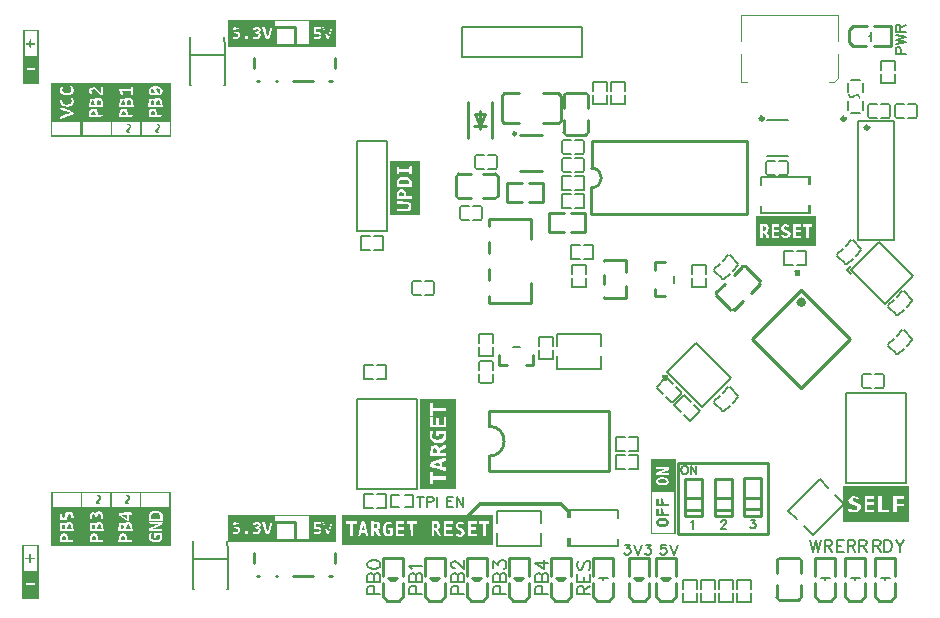
<source format=gto>
G04 Layer: TopSilkLayer*
G04 EasyEDA v6.4.25, 2021-12-03T12:42:08+01:00*
G04 2d58df8d6caf48aab7ee05f2cd6f65b2,9c416354eb984020824aaf9c885bead6,10*
G04 Gerber Generator version 0.2*
G04 Scale: 100 percent, Rotated: No, Reflected: No *
G04 Dimensions in inches *
G04 leading zeros omitted , absolute positions ,3 integer and 6 decimal *
%FSLAX36Y36*%
%MOIN*%

%ADD10C,0.0100*%
%ADD11C,0.0120*%
%ADD14C,0.0157*%
%ADD60C,0.0060*%
%ADD61C,0.0059*%
%ADD62C,0.0060*%
%ADD63C,0.0039*%
%ADD64C,0.0079*%
%ADD65C,0.0080*%
%ADD66C,0.0080*%
%ADD67C,0.0080*%
%ADD68C,0.0059*%
%ADD69C,0.0118*%
%ADD70C,0.0050*%

%LPD*%
G36*
X1798340Y-480000D02*
G01*
X1798340Y-507080D01*
X1858760Y-507080D01*
X1858760Y-514840D01*
X1830620Y-525500D01*
X1858760Y-525840D01*
X1858760Y-534160D01*
X1817080Y-534160D01*
X1817080Y-524760D01*
X1845200Y-514380D01*
X1817080Y-513140D01*
X1817080Y-507080D01*
X1798340Y-507080D01*
X1798340Y-556620D01*
X1817080Y-556620D01*
X1817080Y-553080D01*
X1817300Y-551420D01*
X1817860Y-549520D01*
X1818720Y-547600D01*
X1819740Y-545900D01*
X1822400Y-542280D01*
X1837920Y-538780D01*
X1853420Y-542280D01*
X1856100Y-545900D01*
X1857120Y-547600D01*
X1857960Y-549520D01*
X1858540Y-551420D01*
X1858760Y-553080D01*
X1858760Y-556620D01*
X1850780Y-566460D01*
X1825040Y-566460D01*
X1817080Y-556620D01*
X1798340Y-556620D01*
X1798340Y-588340D01*
X1877500Y-588340D01*
X1877500Y-725840D01*
X1802500Y-725840D01*
X1802500Y-588340D01*
X1798340Y-588340D01*
X1798340Y-730000D01*
X1881660Y-730000D01*
X1881660Y-480000D01*
G37*
G36*
X1831399Y-546660D02*
G01*
X1827360Y-548820D01*
X1824660Y-550600D01*
X1823540Y-552380D01*
X1823940Y-554320D01*
X1825840Y-556660D01*
X1828340Y-559160D01*
X1847820Y-559160D01*
X1853380Y-552460D01*
X1845460Y-546660D01*
G37*
G36*
X1833760Y-610940D02*
G01*
X1833760Y-627920D01*
X1825420Y-627920D01*
X1825420Y-611240D01*
X1817080Y-611240D01*
X1817080Y-636240D01*
X1858760Y-636240D01*
X1858760Y-627920D01*
X1842340Y-627920D01*
X1841040Y-612320D01*
G37*
G36*
X1833760Y-644280D02*
G01*
X1833760Y-661240D01*
X1825420Y-661240D01*
X1825420Y-644580D01*
X1817080Y-644580D01*
X1817080Y-669580D01*
X1858760Y-669580D01*
X1858760Y-661240D01*
X1842340Y-661240D01*
X1841040Y-645660D01*
G37*
G36*
X1825860Y-676880D02*
G01*
X1817080Y-684820D01*
X1817120Y-690220D01*
X1817240Y-692500D01*
X1817493Y-694140D01*
X1825420Y-694140D01*
X1825420Y-686720D01*
X1831660Y-685800D01*
X1834580Y-685520D01*
X1837920Y-685420D01*
X1841240Y-685520D01*
X1844160Y-685800D01*
X1850420Y-686720D01*
X1850420Y-694140D01*
X1847120Y-695400D01*
X1845280Y-695939D01*
X1843060Y-696320D01*
X1840560Y-696540D01*
X1837920Y-696620D01*
X1835280Y-696540D01*
X1832780Y-696320D01*
X1830540Y-695939D01*
X1828720Y-695400D01*
X1825420Y-694140D01*
X1817493Y-694140D01*
X1818080Y-696600D01*
X1818680Y-697920D01*
X1819640Y-699000D01*
X1821100Y-700240D01*
X1822880Y-701500D01*
X1824760Y-702600D01*
X1829300Y-705000D01*
X1846519Y-705000D01*
X1851080Y-702600D01*
X1853100Y-701440D01*
X1854780Y-700280D01*
X1856100Y-699040D01*
X1857120Y-697700D01*
X1857860Y-696200D01*
X1858340Y-694479D01*
X1858620Y-692500D01*
X1858720Y-690220D01*
X1858760Y-684820D01*
X1849980Y-676880D01*
G37*
G36*
X1030000Y-280000D02*
G01*
X1030000Y-292860D01*
X1071380Y-292860D01*
X1071380Y-310000D01*
X1116900Y-310000D01*
X1116900Y-318580D01*
X1071380Y-318580D01*
X1071380Y-335720D01*
X1063100Y-335720D01*
X1063100Y-292860D01*
X1030000Y-292860D01*
X1030000Y-340000D01*
X1071380Y-340000D01*
X1071380Y-365720D01*
X1083800Y-365720D01*
X1083800Y-344280D01*
X1092060Y-344280D01*
X1092060Y-365720D01*
X1108620Y-365720D01*
X1108620Y-340000D01*
X1116900Y-340000D01*
X1116900Y-374280D01*
X1063100Y-374280D01*
X1063100Y-340000D01*
X1030000Y-340000D01*
X1030000Y-387140D01*
X1074360Y-387140D01*
X1070440Y-408480D01*
X1090000Y-416019D01*
X1106560Y-409739D01*
X1109220Y-395720D01*
X1092060Y-395720D01*
X1092060Y-400000D01*
X1091740Y-401659D01*
X1090860Y-403020D01*
X1089540Y-403940D01*
X1087940Y-404280D01*
X1083800Y-404280D01*
X1083800Y-387140D01*
X1116900Y-387140D01*
X1116900Y-412239D01*
X1103900Y-425720D01*
X1078240Y-425720D01*
X1063100Y-411520D01*
X1063100Y-387140D01*
X1030000Y-387140D01*
X1030000Y-468579D01*
X1062600Y-468579D01*
X1065180Y-436420D01*
X1084740Y-433560D01*
X1093300Y-442420D01*
X1116900Y-429780D01*
X1116900Y-443060D01*
X1096200Y-451220D01*
X1096200Y-460000D01*
X1116900Y-460000D01*
X1116900Y-468579D01*
X1030000Y-468579D01*
X1030000Y-505420D01*
X1062740Y-505420D01*
X1065180Y-488980D01*
X1099720Y-477879D01*
X1115860Y-472920D01*
X1116260Y-473360D01*
X1116600Y-474620D01*
X1116820Y-476520D01*
X1116900Y-478820D01*
X1116900Y-484799D01*
X1104480Y-489739D01*
X1104480Y-507140D01*
X1116900Y-507140D01*
X1116900Y-520920D01*
X1110820Y-518600D01*
X1103980Y-516500D01*
X1093560Y-513579D01*
X1062740Y-505420D01*
X1030000Y-505420D01*
X1030000Y-524280D01*
X1071380Y-524280D01*
X1071380Y-537140D01*
X1116900Y-537140D01*
X1116900Y-550000D01*
X1071380Y-550000D01*
X1071380Y-562860D01*
X1063100Y-562860D01*
X1063100Y-524280D01*
X1030000Y-524280D01*
X1030000Y-580000D01*
X1150000Y-580000D01*
X1150000Y-280000D01*
G37*
G36*
X1076320Y-443440D02*
G01*
X1073860Y-446019D01*
X1072900Y-447460D01*
X1072100Y-449500D01*
X1071580Y-451860D01*
X1071380Y-454280D01*
X1071380Y-460000D01*
X1087940Y-460000D01*
X1087940Y-448060D01*
G37*
G36*
X1094140Y-491580D02*
G01*
X1073440Y-497060D01*
X1083080Y-500340D01*
X1086600Y-501380D01*
X1089620Y-501920D01*
X1092100Y-501960D01*
X1094040Y-501540D01*
X1095380Y-500660D01*
X1096120Y-499320D01*
X1096200Y-497540D01*
X1095600Y-495340D01*
G37*
G36*
X2440000Y-570000D02*
G01*
X2440000Y-615420D01*
X2456960Y-615420D01*
X2468420Y-602680D01*
X2472233Y-603100D01*
X2642040Y-603100D01*
X2642040Y-611380D01*
X2619600Y-611380D01*
X2619600Y-627940D01*
X2642040Y-627940D01*
X2642040Y-636200D01*
X2619600Y-636200D01*
X2619600Y-656900D01*
X2606120Y-656900D01*
X2606120Y-603100D01*
X2570200Y-603100D01*
X2570200Y-648620D01*
X2592660Y-648620D01*
X2592660Y-656900D01*
X2556740Y-656900D01*
X2556740Y-603100D01*
X2543260Y-603100D01*
X2543260Y-611380D01*
X2520820Y-611380D01*
X2520820Y-623800D01*
X2543260Y-623800D01*
X2543260Y-632060D01*
X2520820Y-632060D01*
X2520820Y-648620D01*
X2543260Y-648620D01*
X2543260Y-656900D01*
X2511840Y-656900D01*
X2511840Y-603100D01*
X2472233Y-603100D01*
X2490940Y-605180D01*
X2494240Y-614440D01*
X2471420Y-610420D01*
X2471420Y-619440D01*
X2498360Y-632280D01*
X2498360Y-647600D01*
X2485440Y-657500D01*
X2460900Y-654820D01*
X2457240Y-644560D01*
X2484900Y-649659D01*
X2484900Y-637540D01*
X2462200Y-628000D01*
X2456960Y-615420D01*
X2440000Y-615420D01*
X2440000Y-690000D01*
X2660000Y-690000D01*
X2660000Y-570000D01*
G37*
G36*
X390000Y-665000D02*
G01*
X390000Y-668100D01*
X660000Y-668100D01*
X660000Y-689820D01*
X710920Y-689820D01*
X717440Y-708680D01*
X719560Y-714100D01*
X721400Y-718000D01*
X722120Y-719220D01*
X722700Y-719900D01*
X723080Y-719960D01*
X723920Y-718400D01*
X725200Y-715100D01*
X726780Y-710560D01*
X732460Y-691860D01*
X739900Y-689460D01*
X726200Y-730180D01*
X718379Y-730180D01*
X709479Y-704120D01*
X705800Y-693700D01*
X704320Y-689820D01*
X698580Y-689820D01*
X698580Y-696040D01*
X682500Y-696040D01*
X682500Y-705340D01*
X688280Y-705340D01*
X690520Y-705480D01*
X692560Y-705860D01*
X694400Y-706460D01*
X696040Y-707280D01*
X697480Y-708259D01*
X698700Y-709419D01*
X699680Y-710720D01*
X700420Y-712140D01*
X700920Y-713660D01*
X701160Y-715260D01*
X701140Y-716919D01*
X700840Y-718620D01*
X700260Y-720320D01*
X699400Y-722020D01*
X698220Y-723680D01*
X696740Y-725300D01*
X691680Y-730180D01*
X676080Y-730180D01*
X676080Y-723960D01*
X688139Y-723960D01*
X695300Y-715639D01*
X693180Y-713600D01*
X691780Y-712800D01*
X689500Y-712159D01*
X686660Y-711720D01*
X683580Y-711560D01*
X676080Y-711560D01*
X676080Y-689820D01*
X660000Y-689820D01*
X660000Y-748800D01*
X547500Y-748800D01*
X547500Y-668100D01*
X390000Y-668100D01*
X390000Y-730180D01*
X406079Y-730180D01*
X406079Y-724380D01*
X423760Y-722420D01*
X423760Y-713100D01*
X409280Y-711120D01*
X409280Y-705340D01*
X422140Y-705340D01*
X422140Y-695320D01*
X406079Y-698280D01*
X406079Y-696120D01*
X406260Y-695100D01*
X406740Y-693940D01*
X407480Y-692780D01*
X408360Y-691760D01*
X410660Y-689539D01*
X426960Y-691380D01*
X427420Y-700680D01*
X427760Y-704700D01*
X428360Y-708740D01*
X429140Y-712340D01*
X430020Y-715040D01*
X432160Y-720060D01*
X431331Y-720860D01*
X457500Y-720860D01*
X457500Y-730180D01*
X447860Y-730180D01*
X447860Y-720860D01*
X431331Y-720860D01*
X421680Y-730180D01*
X390000Y-730180D01*
X390000Y-730560D01*
X473579Y-730560D01*
X473579Y-724380D01*
X490760Y-722420D01*
X493540Y-714240D01*
X486760Y-712540D01*
X483920Y-711640D01*
X481900Y-710639D01*
X480680Y-709560D01*
X480260Y-708439D01*
X480660Y-707340D01*
X481880Y-706260D01*
X483920Y-705260D01*
X486760Y-704360D01*
X493500Y-702660D01*
X488940Y-695540D01*
X473579Y-699260D01*
X473579Y-696620D01*
X473760Y-695040D01*
X474300Y-693680D01*
X475200Y-692520D01*
X476480Y-691560D01*
X478080Y-690800D01*
X480040Y-690260D01*
X482340Y-689940D01*
X484960Y-689820D01*
X511540Y-689820D01*
X519700Y-720560D01*
X521920Y-719240D01*
X522440Y-718680D01*
X523080Y-717620D01*
X523840Y-716100D01*
X525540Y-711940D01*
X527320Y-706720D01*
X532260Y-689820D01*
X535060Y-689820D01*
X535940Y-689940D01*
X536620Y-690320D01*
X537120Y-690960D01*
X537380Y-691900D01*
X537440Y-693160D01*
X537300Y-694760D01*
X536940Y-696760D01*
X536340Y-699140D01*
X534480Y-705180D01*
X531700Y-713100D01*
X526060Y-728620D01*
X516740Y-730380D01*
X503080Y-689820D01*
X492080Y-689820D01*
X500300Y-699400D01*
X493320Y-706140D01*
X500840Y-717780D01*
X493820Y-728620D01*
X473579Y-730560D01*
X390000Y-730560D01*
X390000Y-755000D01*
X750000Y-755000D01*
X750000Y-665000D01*
G37*
G36*
X390000Y985000D02*
G01*
X390000Y981900D01*
X660000Y981900D01*
X660000Y960180D01*
X710920Y960180D01*
X717440Y941320D01*
X719560Y935900D01*
X721400Y932000D01*
X722120Y930780D01*
X722700Y930100D01*
X723080Y930040D01*
X723920Y931600D01*
X725200Y934900D01*
X726780Y939440D01*
X732460Y958139D01*
X739900Y960540D01*
X726200Y919820D01*
X718379Y919820D01*
X709479Y945879D01*
X705800Y956300D01*
X704320Y960180D01*
X698580Y960180D01*
X698580Y953960D01*
X682500Y953960D01*
X682500Y944659D01*
X688280Y944659D01*
X690520Y944520D01*
X692560Y944140D01*
X694400Y943540D01*
X696040Y942720D01*
X697480Y941740D01*
X698700Y940580D01*
X699680Y939280D01*
X700420Y937860D01*
X700920Y936340D01*
X701160Y934740D01*
X701140Y933080D01*
X700840Y931380D01*
X700260Y929680D01*
X699400Y927980D01*
X698220Y926320D01*
X696740Y924700D01*
X691680Y919820D01*
X676080Y919820D01*
X676080Y926040D01*
X688139Y926040D01*
X695300Y934360D01*
X693180Y936400D01*
X691780Y937200D01*
X689500Y937840D01*
X686660Y938280D01*
X683580Y938439D01*
X676080Y938439D01*
X676080Y960180D01*
X660000Y960180D01*
X660000Y901200D01*
X547500Y901200D01*
X547500Y981900D01*
X390000Y981900D01*
X390000Y919820D01*
X406079Y919820D01*
X406079Y925620D01*
X423760Y927580D01*
X423760Y936900D01*
X409280Y938880D01*
X409280Y944659D01*
X422140Y944659D01*
X422140Y954680D01*
X406079Y951720D01*
X406079Y953880D01*
X406260Y954900D01*
X406740Y956060D01*
X407480Y957220D01*
X408360Y958240D01*
X410660Y960460D01*
X426960Y958620D01*
X427420Y949320D01*
X427760Y945300D01*
X428360Y941260D01*
X429140Y937660D01*
X430020Y934960D01*
X432160Y929940D01*
X431331Y929140D01*
X457500Y929140D01*
X457500Y919820D01*
X447860Y919820D01*
X447860Y929140D01*
X431331Y929140D01*
X421680Y919820D01*
X390000Y919820D01*
X390000Y919440D01*
X473579Y919440D01*
X473579Y925620D01*
X490760Y927580D01*
X493540Y935759D01*
X486760Y937460D01*
X483920Y938360D01*
X481900Y939360D01*
X480680Y940440D01*
X480260Y941560D01*
X480660Y942660D01*
X481880Y943740D01*
X483920Y944740D01*
X486760Y945639D01*
X493500Y947340D01*
X488940Y954460D01*
X473579Y950740D01*
X473579Y953379D01*
X473760Y954960D01*
X474300Y956320D01*
X475200Y957480D01*
X476480Y958439D01*
X478080Y959200D01*
X480040Y959740D01*
X482340Y960060D01*
X484960Y960180D01*
X511540Y960180D01*
X519700Y929440D01*
X521920Y930759D01*
X522440Y931320D01*
X523080Y932380D01*
X523840Y933900D01*
X525540Y938060D01*
X527320Y943280D01*
X532260Y960180D01*
X535060Y960180D01*
X535940Y960060D01*
X536620Y959680D01*
X537120Y959040D01*
X537380Y958100D01*
X537440Y956840D01*
X537300Y955240D01*
X536940Y953240D01*
X536340Y950860D01*
X534480Y944820D01*
X531700Y936900D01*
X526060Y921380D01*
X516740Y919620D01*
X503080Y960180D01*
X492080Y960180D01*
X500300Y950600D01*
X493320Y943860D01*
X500840Y932220D01*
X493820Y921380D01*
X473579Y919440D01*
X390000Y919440D01*
X390000Y895000D01*
X750000Y895000D01*
X750000Y985000D01*
G37*
G36*
X2150000Y330000D02*
G01*
X2150000Y302420D01*
X2226660Y302420D01*
X2226660Y295520D01*
X2210000Y295520D01*
X2210000Y285180D01*
X2226660Y285180D01*
X2226660Y278280D01*
X2210000Y278280D01*
X2210000Y267860D01*
X2232800Y267860D01*
X2252520Y263780D01*
X2256880Y271080D01*
X2237480Y281460D01*
X2233620Y291860D01*
X2244180Y302780D01*
X2247115Y302420D01*
X2336660Y302420D01*
X2336660Y295520D01*
X2326660Y295520D01*
X2326660Y257580D01*
X2316660Y257580D01*
X2316660Y295520D01*
X2306660Y295520D01*
X2306660Y302420D01*
X2300000Y302420D01*
X2300000Y295520D01*
X2283340Y295520D01*
X2283340Y285180D01*
X2300000Y285180D01*
X2300000Y278280D01*
X2283340Y278280D01*
X2283340Y264480D01*
X2300000Y264480D01*
X2300000Y257580D01*
X2273340Y257580D01*
X2273340Y302420D01*
X2247115Y302420D01*
X2261160Y300680D01*
X2263980Y291760D01*
X2247400Y296080D01*
X2242940Y288600D01*
X2250780Y285520D01*
X2254140Y283920D01*
X2257500Y281860D01*
X2260480Y279560D01*
X2262700Y277340D01*
X2266780Y272260D01*
X2262600Y260980D01*
X2254900Y258980D01*
X2251440Y258299D01*
X2247740Y257900D01*
X2244240Y257840D01*
X2241380Y258140D01*
X2235560Y259320D01*
X2232800Y267860D01*
X2210000Y267860D01*
X2210000Y264480D01*
X2226660Y264480D01*
X2226660Y257580D01*
X2203340Y257580D01*
X2203340Y302420D01*
X2185860Y302420D01*
X2194320Y291860D01*
X2186640Y274440D01*
X2191440Y265020D01*
X2192460Y262660D01*
X2193000Y260859D01*
X2193060Y259520D01*
X2192620Y258580D01*
X2191700Y257979D01*
X2190280Y257680D01*
X2188340Y257580D01*
X2183340Y257580D01*
X2183340Y262340D01*
X2182940Y264520D01*
X2181860Y266960D01*
X2180280Y269340D01*
X2178340Y271380D01*
X2173340Y275680D01*
X2173340Y257580D01*
X2163340Y257580D01*
X2163340Y302420D01*
X2150000Y302420D01*
X2150000Y230000D01*
X2350000Y230000D01*
X2350000Y330000D01*
G37*
G36*
X2173340Y296100D02*
G01*
X2173340Y281140D01*
X2181660Y284020D01*
X2181660Y293220D01*
G37*
G36*
X-200000Y-590000D02*
G01*
X-200000Y-593400D01*
X192860Y-593400D01*
X192860Y-640939D01*
X100000Y-640939D01*
X100000Y-593400D01*
X96420Y-593400D01*
X96420Y-640939D01*
X3580Y-640939D01*
X3580Y-593400D01*
X-3580Y-593400D01*
X-3580Y-640939D01*
X-96420Y-640939D01*
X-96420Y-593400D01*
X-100000Y-593400D01*
X-100000Y-640939D01*
X-192860Y-640939D01*
X-192860Y-593400D01*
X-200000Y-593400D01*
X-200000Y-681700D01*
X-171420Y-681700D01*
X-171420Y-669820D01*
X-171140Y-665200D01*
X-170380Y-661420D01*
X-169240Y-658860D01*
X-167860Y-657920D01*
X-166480Y-658600D01*
X-165340Y-660420D01*
X-164560Y-663120D01*
X-164100Y-669140D01*
X-163580Y-671320D01*
X-162780Y-672960D01*
X-161759Y-674080D01*
X-160580Y-674659D01*
X-159280Y-674720D01*
X-157940Y-674280D01*
X-156580Y-673340D01*
X-155300Y-671900D01*
X-154120Y-669980D01*
X-153100Y-667580D01*
X-152320Y-664720D01*
X-150180Y-654520D01*
X-141880Y-654520D01*
X-139220Y-654659D01*
X-136780Y-655040D01*
X-134580Y-655660D01*
X-132580Y-656540D01*
X-130820Y-657660D01*
X-129280Y-659020D01*
X-127980Y-660620D01*
X-126920Y-662460D01*
X-126080Y-664539D01*
X-125480Y-666860D01*
X-125120Y-669400D01*
X-125000Y-672180D01*
X-125033Y-672960D01*
X-71420Y-672960D01*
X-71420Y-670879D01*
X-71220Y-668720D01*
X-70800Y-666560D01*
X-70180Y-664460D01*
X-69380Y-662460D01*
X-68400Y-660660D01*
X-67240Y-659080D01*
X-65920Y-657800D01*
X-60420Y-653460D01*
X-52660Y-660840D01*
X-39260Y-652880D01*
X-33020Y-656600D01*
X-31740Y-657560D01*
X-30520Y-658880D01*
X-29360Y-660500D01*
X-28189Y-662560D01*
X25000Y-662560D01*
X25000Y-657920D01*
X38980Y-657920D01*
X41840Y-657840D01*
X44580Y-657580D01*
X47160Y-657200D01*
X49480Y-656680D01*
X51500Y-656040D01*
X53140Y-655320D01*
X54360Y-654539D01*
X55060Y-653680D01*
X57140Y-649440D01*
X59220Y-653680D01*
X60439Y-655320D01*
X62180Y-656680D01*
X64240Y-657580D01*
X68340Y-658199D01*
X69940Y-658920D01*
X71020Y-660000D01*
X71420Y-661320D01*
X71000Y-662640D01*
X69860Y-663720D01*
X68160Y-664440D01*
X66080Y-664720D01*
X60720Y-664720D01*
X60720Y-674900D01*
X60420Y-678860D01*
X59640Y-682099D01*
X58480Y-684300D01*
X57060Y-685100D01*
X125000Y-685100D01*
X125000Y-674320D01*
X125120Y-672039D01*
X125460Y-669659D01*
X126020Y-667240D01*
X126740Y-664900D01*
X127620Y-662660D01*
X128620Y-660600D01*
X129720Y-658820D01*
X130920Y-657340D01*
X132360Y-656000D01*
X133960Y-654820D01*
X135700Y-653820D01*
X137560Y-653000D01*
X139520Y-652340D01*
X141600Y-651840D01*
X143720Y-651520D01*
X145920Y-651360D01*
X148160Y-651400D01*
X150400Y-651580D01*
X152680Y-651960D01*
X154920Y-652500D01*
X157140Y-653220D01*
X159320Y-654100D01*
X161439Y-655180D01*
X163500Y-656420D01*
X171420Y-661700D01*
X171420Y-685100D01*
X57060Y-685100D01*
X55599Y-684900D01*
X53760Y-684320D01*
X51620Y-683420D01*
X49220Y-682240D01*
X46660Y-680819D01*
X41240Y-677460D01*
X35880Y-673680D01*
X31080Y-669880D01*
X29060Y-668080D01*
X27380Y-666400D01*
X26100Y-664880D01*
X25280Y-663600D01*
X25000Y-662560D01*
X-28189Y-662560D01*
X-27360Y-664400D01*
X-26600Y-666560D01*
X-26020Y-668780D01*
X-25660Y-671000D01*
X-25500Y-674000D01*
X-25620Y-676520D01*
X-25980Y-678520D01*
X-26560Y-680040D01*
X-27280Y-681040D01*
X-28120Y-681500D01*
X-29020Y-681420D01*
X-29940Y-680800D01*
X-30820Y-679620D01*
X-31620Y-677880D01*
X-32300Y-675540D01*
X-33280Y-669980D01*
X-34020Y-667680D01*
X-34960Y-665759D01*
X-36080Y-664200D01*
X-37280Y-663060D01*
X-38580Y-662340D01*
X-39880Y-662060D01*
X-41180Y-662220D01*
X-42420Y-662860D01*
X-43540Y-663980D01*
X-44520Y-665600D01*
X-46320Y-670759D01*
X-47480Y-672900D01*
X-48720Y-674200D01*
X-50000Y-674620D01*
X-51280Y-674200D01*
X-52520Y-672920D01*
X-53680Y-670780D01*
X-54700Y-667780D01*
X-55800Y-665020D01*
X-57260Y-663259D01*
X-58940Y-662580D01*
X-60759Y-663040D01*
X-62220Y-664620D01*
X-63060Y-667099D01*
X-63259Y-670180D01*
X-62720Y-673580D01*
X-62200Y-676240D01*
X-62120Y-678439D01*
X-62480Y-680120D01*
X-63200Y-681220D01*
X-64260Y-681760D01*
X-65620Y-681660D01*
X-67220Y-680900D01*
X-69040Y-679440D01*
X-70000Y-678220D01*
X-70720Y-676700D01*
X-71180Y-674920D01*
X-71420Y-672960D01*
X-125033Y-672960D01*
X-125120Y-675000D01*
X-125480Y-677320D01*
X-126020Y-679120D01*
X-126700Y-680400D01*
X-127480Y-681180D01*
X-128340Y-681460D01*
X-129240Y-681220D01*
X-130120Y-680480D01*
X-130960Y-679220D01*
X-131700Y-677440D01*
X-132340Y-675160D01*
X-132800Y-672360D01*
X-133640Y-668560D01*
X-135100Y-665600D01*
X-137020Y-663700D01*
X-139280Y-663020D01*
X-141560Y-663700D01*
X-143480Y-665600D01*
X-144920Y-668560D01*
X-145780Y-672360D01*
X-146900Y-681700D01*
X-200000Y-681700D01*
X-200000Y-719060D01*
X-171860Y-719060D01*
X-169640Y-693580D01*
X-158780Y-693060D01*
X-154580Y-692520D01*
X-150340Y-691680D01*
X-146580Y-690660D01*
X-143160Y-689460D01*
X-141340Y-689080D01*
X-139580Y-688940D01*
X-137900Y-689020D01*
X-136300Y-689360D01*
X-134780Y-689900D01*
X-133340Y-690680D01*
X-132000Y-691660D01*
X-130780Y-692860D01*
X-129660Y-694260D01*
X-128660Y-695860D01*
X-127800Y-697660D01*
X-127060Y-699640D01*
X-126440Y-701820D01*
X-125980Y-704160D01*
X-125680Y-706660D01*
X-124560Y-719060D01*
X-71860Y-719060D01*
X-69640Y-693580D01*
X-58780Y-693060D01*
X-54580Y-692520D01*
X-50340Y-691680D01*
X-46580Y-690660D01*
X-43160Y-689460D01*
X-41340Y-689080D01*
X-39580Y-688940D01*
X-37900Y-689020D01*
X-36300Y-689360D01*
X-34780Y-689900D01*
X-33340Y-690680D01*
X-32000Y-691660D01*
X-30780Y-692860D01*
X-29660Y-694260D01*
X-28660Y-695860D01*
X-27799Y-697660D01*
X-27060Y-699640D01*
X-26440Y-701820D01*
X-25980Y-704160D01*
X-25680Y-706660D01*
X-24560Y-719060D01*
X24560Y-719060D01*
X26780Y-693580D01*
X37640Y-693060D01*
X41860Y-692520D01*
X46080Y-691680D01*
X49840Y-690660D01*
X53259Y-689460D01*
X55080Y-689080D01*
X56840Y-688940D01*
X58520Y-689020D01*
X60140Y-689360D01*
X61660Y-689900D01*
X63080Y-690680D01*
X64420Y-691660D01*
X65640Y-692860D01*
X66760Y-694260D01*
X67760Y-695860D01*
X68640Y-697660D01*
X69380Y-699640D01*
X69980Y-701820D01*
X70440Y-704160D01*
X70760Y-706660D01*
X71860Y-719060D01*
X125000Y-719060D01*
X125000Y-714599D01*
X125340Y-713540D01*
X126340Y-712300D01*
X127899Y-710879D01*
X129980Y-709360D01*
X132500Y-707760D01*
X135380Y-706140D01*
X138560Y-704560D01*
X141960Y-703040D01*
X158920Y-695960D01*
X138860Y-695520D01*
X136100Y-695380D01*
X131520Y-694920D01*
X128200Y-694280D01*
X127000Y-693920D01*
X126100Y-693540D01*
X125480Y-693139D01*
X125160Y-692720D01*
X125120Y-692300D01*
X125360Y-691860D01*
X125860Y-691440D01*
X127700Y-690600D01*
X130559Y-689860D01*
X134420Y-689240D01*
X139260Y-688780D01*
X145000Y-688520D01*
X171420Y-688500D01*
X171420Y-693160D01*
X171080Y-694240D01*
X170100Y-695520D01*
X168520Y-696979D01*
X166439Y-698540D01*
X163939Y-700160D01*
X161060Y-701800D01*
X157880Y-703400D01*
X154460Y-704920D01*
X137500Y-712039D01*
X157880Y-712240D01*
X161060Y-712460D01*
X163939Y-712800D01*
X166439Y-713220D01*
X168520Y-713740D01*
X170100Y-714340D01*
X171080Y-714980D01*
X171420Y-715660D01*
X171220Y-716140D01*
X170620Y-716580D01*
X169640Y-717000D01*
X168320Y-717400D01*
X164740Y-718080D01*
X160060Y-718600D01*
X154480Y-718940D01*
X148220Y-719060D01*
X-200000Y-719060D01*
X-200000Y-756420D01*
X-171860Y-756420D01*
X-170760Y-744020D01*
X-170400Y-741340D01*
X-169840Y-738760D01*
X-169100Y-736320D01*
X-168200Y-734080D01*
X-167160Y-732060D01*
X-165980Y-730320D01*
X-164720Y-728920D01*
X-163400Y-727900D01*
X-157140Y-724180D01*
X-150900Y-727900D01*
X-149620Y-728840D01*
X-148380Y-730060D01*
X-147220Y-731520D01*
X-146140Y-733180D01*
X-145220Y-734960D01*
X-144440Y-736840D01*
X-143860Y-738740D01*
X-143520Y-740620D01*
X-142380Y-749620D01*
X-133700Y-749620D01*
X-130320Y-749880D01*
X-127560Y-750620D01*
X-125680Y-751700D01*
X-125000Y-753020D01*
X-125200Y-753480D01*
X-125820Y-753940D01*
X-126800Y-754360D01*
X-128140Y-754760D01*
X-131760Y-755440D01*
X-136480Y-755960D01*
X-142100Y-756300D01*
X-148420Y-756420D01*
X-71860Y-756420D01*
X-70760Y-744020D01*
X-70400Y-741340D01*
X-69840Y-738760D01*
X-69100Y-736320D01*
X-68200Y-734080D01*
X-67160Y-732060D01*
X-65980Y-730320D01*
X-64720Y-728920D01*
X-63400Y-727900D01*
X-57140Y-724180D01*
X-50900Y-727900D01*
X-49620Y-728840D01*
X-48380Y-730060D01*
X-47220Y-731520D01*
X-46140Y-733180D01*
X-45220Y-734960D01*
X-44440Y-736840D01*
X-43860Y-738740D01*
X-43520Y-740620D01*
X-42380Y-749620D01*
X-33700Y-749620D01*
X-30320Y-749880D01*
X-27559Y-750620D01*
X-25680Y-751700D01*
X-25000Y-753020D01*
X-25200Y-753480D01*
X-25820Y-753940D01*
X-26800Y-754360D01*
X-28140Y-754760D01*
X-31760Y-755440D01*
X-36480Y-755960D01*
X-42100Y-756300D01*
X-48420Y-756420D01*
X24560Y-756420D01*
X25680Y-744020D01*
X26020Y-741340D01*
X26580Y-738760D01*
X27320Y-736320D01*
X28240Y-734080D01*
X29280Y-732060D01*
X30440Y-730320D01*
X31700Y-728920D01*
X33040Y-727900D01*
X39280Y-724180D01*
X45540Y-727900D01*
X46820Y-728840D01*
X48060Y-730060D01*
X49220Y-731520D01*
X50279Y-733180D01*
X51220Y-734960D01*
X52126Y-737320D01*
X125820Y-737320D01*
X126020Y-734860D01*
X126480Y-732580D01*
X127200Y-730540D01*
X128200Y-728840D01*
X129460Y-727560D01*
X130960Y-726760D01*
X135160Y-725460D01*
X133220Y-732460D01*
X132820Y-735580D01*
X133160Y-738900D01*
X134160Y-742020D01*
X135720Y-744539D01*
X137440Y-746100D01*
X139540Y-747340D01*
X141960Y-748319D01*
X144580Y-749000D01*
X147320Y-749400D01*
X150100Y-749500D01*
X152800Y-749340D01*
X155360Y-748880D01*
X157660Y-748139D01*
X159620Y-747120D01*
X161140Y-745819D01*
X162120Y-744260D01*
X163260Y-741180D01*
X163920Y-738640D01*
X164100Y-736640D01*
X163780Y-735080D01*
X162960Y-733940D01*
X161580Y-733199D01*
X159640Y-732780D01*
X157140Y-732640D01*
X154360Y-733040D01*
X152080Y-734120D01*
X150560Y-735740D01*
X150000Y-737740D01*
X149720Y-739720D01*
X148960Y-741340D01*
X147820Y-742420D01*
X146420Y-742820D01*
X145040Y-742140D01*
X143900Y-740280D01*
X143140Y-737520D01*
X142860Y-734140D01*
X142860Y-725440D01*
X169640Y-727540D01*
X170760Y-735020D01*
X170900Y-736660D01*
X170880Y-738460D01*
X170720Y-740380D01*
X170400Y-742340D01*
X169960Y-744280D01*
X169400Y-746160D01*
X168720Y-747900D01*
X167960Y-749440D01*
X164040Y-756420D01*
X150120Y-756420D01*
X147100Y-756300D01*
X144120Y-756000D01*
X141240Y-755520D01*
X138500Y-754860D01*
X136000Y-754040D01*
X133780Y-753100D01*
X131900Y-752060D01*
X130420Y-750900D01*
X128960Y-749180D01*
X127780Y-747140D01*
X126880Y-744840D01*
X126240Y-742380D01*
X125900Y-739860D01*
X125820Y-737320D01*
X52126Y-737320D01*
X52560Y-738740D01*
X52920Y-740620D01*
X54040Y-749620D01*
X62740Y-749620D01*
X66120Y-749880D01*
X68880Y-750620D01*
X70740Y-751700D01*
X71420Y-753020D01*
X71220Y-753480D01*
X70620Y-753940D01*
X69620Y-754360D01*
X68300Y-754760D01*
X64680Y-755440D01*
X59960Y-755960D01*
X54340Y-756300D01*
X48000Y-756420D01*
X-200000Y-756420D01*
X-200000Y-770000D01*
X200000Y-770000D01*
X200000Y-590000D01*
G37*
G36*
X49120Y-600180D02*
G01*
X57240Y-609480D01*
X51820Y-613740D01*
X49900Y-615500D01*
X48400Y-617400D01*
X47320Y-619380D01*
X46680Y-621380D01*
X46500Y-623340D01*
X46800Y-625220D01*
X47560Y-626960D01*
X48800Y-628500D01*
X50180Y-629360D01*
X52160Y-630080D01*
X54460Y-630540D01*
X56840Y-630700D01*
X62500Y-630660D01*
X52060Y-624380D01*
X58620Y-617500D01*
X60260Y-615540D01*
X61520Y-613540D01*
X62420Y-611540D01*
X62939Y-609580D01*
X63120Y-607700D01*
X62939Y-605940D01*
X62420Y-604360D01*
X61580Y-602960D01*
X60400Y-601800D01*
X58920Y-600940D01*
X57120Y-600380D01*
X55039Y-600180D01*
G37*
G36*
X-47300Y-600180D02*
G01*
X-39200Y-609480D01*
X-44600Y-613740D01*
X-46520Y-615500D01*
X-48040Y-617400D01*
X-49100Y-619380D01*
X-49740Y-621380D01*
X-49920Y-623340D01*
X-49640Y-625220D01*
X-48860Y-626960D01*
X-47619Y-628500D01*
X-46240Y-629360D01*
X-44280Y-630080D01*
X-41960Y-630540D01*
X-39580Y-630700D01*
X-33920Y-630660D01*
X-44360Y-624380D01*
X-37820Y-617500D01*
X-36180Y-615540D01*
X-34900Y-613540D01*
X-34020Y-611540D01*
X-33480Y-609580D01*
X-33320Y-607700D01*
X-33500Y-605940D01*
X-34000Y-604360D01*
X-34860Y-602960D01*
X-36020Y-601800D01*
X-37520Y-600940D01*
X-39300Y-600380D01*
X-41400Y-600180D01*
G37*
G36*
X148220Y-657920D02*
G01*
X145960Y-658040D01*
X143820Y-658420D01*
X141820Y-659000D01*
X139960Y-659800D01*
X138260Y-660800D01*
X136720Y-662000D01*
X135400Y-663360D01*
X134260Y-664860D01*
X133360Y-666520D01*
X132700Y-668300D01*
X132280Y-670200D01*
X132140Y-672180D01*
X132140Y-678300D01*
X164280Y-678300D01*
X164280Y-672180D01*
X164140Y-670200D01*
X163740Y-668300D01*
X163060Y-666520D01*
X162160Y-664860D01*
X161040Y-663360D01*
X159700Y-662000D01*
X158180Y-660800D01*
X156460Y-659800D01*
X154600Y-659000D01*
X152600Y-658420D01*
X150460Y-658040D01*
G37*
G36*
X44640Y-664720D02*
G01*
X41180Y-664820D01*
X38340Y-665100D01*
X36420Y-665520D01*
X35720Y-666020D01*
X36420Y-666979D01*
X38340Y-668580D01*
X41180Y-670639D01*
X44640Y-672900D01*
X53580Y-678460D01*
X53580Y-664720D01*
G37*
G36*
X57140Y-696979D02*
G01*
X54980Y-697580D01*
X53019Y-699220D01*
X51500Y-701660D01*
X50640Y-704620D01*
X49500Y-712260D01*
X64780Y-712260D01*
X63640Y-704620D01*
X62779Y-701660D01*
X61260Y-699220D01*
X59320Y-697580D01*
G37*
G36*
X-39280Y-696979D02*
G01*
X-41460Y-697580D01*
X-43400Y-699220D01*
X-44920Y-701660D01*
X-45780Y-704620D01*
X-46920Y-712260D01*
X-31640Y-712260D01*
X-32780Y-704620D01*
X-33660Y-701660D01*
X-35160Y-699220D01*
X-37120Y-697580D01*
G37*
G36*
X-139280Y-696979D02*
G01*
X-141460Y-697580D01*
X-143400Y-699220D01*
X-144920Y-701660D01*
X-145780Y-704620D01*
X-146920Y-712260D01*
X-131640Y-712260D01*
X-132780Y-704620D01*
X-133660Y-701660D01*
X-135160Y-699220D01*
X-137120Y-697580D01*
G37*
G36*
X37500Y-698680D02*
G01*
X35400Y-699220D01*
X33700Y-700660D01*
X32559Y-702820D01*
X32140Y-705480D01*
X32559Y-708120D01*
X33700Y-710280D01*
X35400Y-711740D01*
X37500Y-712260D01*
X39600Y-711740D01*
X41300Y-710280D01*
X42440Y-708120D01*
X42859Y-705480D01*
X42440Y-702820D01*
X41300Y-700660D01*
X39600Y-699220D01*
G37*
G36*
X-58920Y-698680D02*
G01*
X-61020Y-699220D01*
X-62720Y-700660D01*
X-63860Y-702820D01*
X-64280Y-705480D01*
X-63860Y-708120D01*
X-62720Y-710280D01*
X-61020Y-711740D01*
X-58920Y-712260D01*
X-56840Y-711740D01*
X-55140Y-710280D01*
X-54000Y-708120D01*
X-53580Y-705480D01*
X-54000Y-702820D01*
X-55140Y-700660D01*
X-56840Y-699220D01*
G37*
G36*
X-158920Y-698680D02*
G01*
X-161020Y-699220D01*
X-162719Y-700660D01*
X-163860Y-702820D01*
X-164280Y-705480D01*
X-163860Y-708120D01*
X-162719Y-710280D01*
X-161020Y-711740D01*
X-158920Y-712260D01*
X-156840Y-711740D01*
X-155140Y-710280D01*
X-154000Y-708120D01*
X-153580Y-705480D01*
X-154000Y-702820D01*
X-155140Y-700660D01*
X-156840Y-699220D01*
G37*
G36*
X39280Y-734340D02*
G01*
X37120Y-734940D01*
X35160Y-736580D01*
X33660Y-739020D01*
X32780Y-741979D01*
X31640Y-749620D01*
X46920Y-749620D01*
X45780Y-741979D01*
X44920Y-739020D01*
X43400Y-736580D01*
X41460Y-734940D01*
G37*
G36*
X-57140Y-734340D02*
G01*
X-59320Y-734940D01*
X-61260Y-736580D01*
X-62779Y-739020D01*
X-63640Y-741979D01*
X-64780Y-749620D01*
X-49500Y-749620D01*
X-50640Y-741979D01*
X-51520Y-739020D01*
X-53019Y-736580D01*
X-54980Y-734940D01*
G37*
G36*
X-157140Y-734340D02*
G01*
X-159320Y-734940D01*
X-161260Y-736580D01*
X-162780Y-739020D01*
X-163640Y-741979D01*
X-164780Y-749620D01*
X-149500Y-749620D01*
X-150640Y-741979D01*
X-151520Y-739020D01*
X-153020Y-736580D01*
X-154980Y-734940D01*
G37*
G36*
X-199480Y773100D02*
G01*
X-199480Y751600D01*
X-169800Y751600D01*
X-169540Y754040D01*
X-168980Y756320D01*
X-168140Y758360D01*
X-167020Y760080D01*
X-165620Y761380D01*
X-163960Y762220D01*
X-159080Y763720D01*
X-161560Y756360D01*
X-162140Y754100D01*
X-162320Y751900D01*
X-162140Y749800D01*
X-161620Y747800D01*
X-160760Y745980D01*
X-159600Y744300D01*
X-158140Y742820D01*
X-156420Y741560D01*
X-154440Y740540D01*
X-152240Y739780D01*
X-149820Y739300D01*
X-147220Y739140D01*
X-144620Y739300D01*
X-142220Y739780D01*
X-140000Y740540D01*
X-138040Y741560D01*
X-136320Y742820D01*
X-134860Y744300D01*
X-133700Y745980D01*
X-132840Y747800D01*
X-132300Y749800D01*
X-132120Y751900D01*
X-132320Y754100D01*
X-132900Y756360D01*
X-135360Y763720D01*
X-130480Y762220D01*
X-128820Y761380D01*
X-127420Y760080D01*
X-126320Y758360D01*
X-125480Y756320D01*
X-124920Y754040D01*
X-124640Y751600D01*
X-124660Y749060D01*
X-125060Y746200D01*
X-72840Y746200D01*
X-72620Y749200D01*
X-71560Y757820D01*
X-54560Y760100D01*
X-33720Y741280D01*
X-33720Y752099D01*
X-33420Y756300D01*
X-32660Y759740D01*
X-31500Y762060D01*
X-30099Y762920D01*
X-29380Y762600D01*
X-28700Y761720D01*
X-28100Y760300D01*
X-27559Y758439D01*
X-27120Y756160D01*
X-26721Y752740D01*
X67180Y752740D01*
X67180Y757820D01*
X67480Y759800D01*
X68240Y761420D01*
X69400Y762520D01*
X70800Y762920D01*
X71520Y762600D01*
X72200Y761720D01*
X72800Y760300D01*
X73340Y758439D01*
X73780Y756160D01*
X74120Y753580D01*
X74320Y750699D01*
X74371Y746540D01*
X124980Y746540D01*
X125079Y748780D01*
X125500Y750980D01*
X126199Y753080D01*
X127180Y755040D01*
X128460Y756780D01*
X130000Y758240D01*
X131820Y759400D01*
X133900Y760360D01*
X136040Y761160D01*
X138240Y761820D01*
X140460Y762340D01*
X142720Y762720D01*
X144960Y762960D01*
X147220Y763060D01*
X149440Y763040D01*
X151640Y762880D01*
X153800Y762620D01*
X155880Y762240D01*
X157900Y761740D01*
X159840Y761120D01*
X161680Y760400D01*
X163400Y759580D01*
X165000Y758660D01*
X166460Y757660D01*
X167760Y756540D01*
X168920Y755360D01*
X169880Y754080D01*
X170660Y752720D01*
X171220Y751280D01*
X171580Y749780D01*
X171700Y748199D01*
X171620Y746160D01*
X171360Y744280D01*
X170960Y742560D01*
X170380Y740960D01*
X169620Y739539D01*
X168680Y738240D01*
X167540Y737080D01*
X166220Y736060D01*
X164720Y735160D01*
X163000Y734400D01*
X161080Y733760D01*
X158960Y733240D01*
X156620Y732860D01*
X154060Y732580D01*
X151280Y732400D01*
X148260Y732360D01*
X145220Y732440D01*
X142200Y732680D01*
X139280Y733060D01*
X136560Y733560D01*
X134120Y734160D01*
X132020Y734840D01*
X130340Y735620D01*
X129160Y736420D01*
X127680Y738120D01*
X126519Y740020D01*
X125700Y742099D01*
X125180Y744280D01*
X124980Y746540D01*
X74371Y746540D01*
X74320Y744560D01*
X74120Y741700D01*
X73780Y739100D01*
X73340Y736840D01*
X72800Y734980D01*
X72200Y733560D01*
X71520Y732660D01*
X70800Y732360D01*
X69400Y732880D01*
X68240Y734340D01*
X67480Y736500D01*
X67180Y739140D01*
X67180Y745939D01*
X37580Y745939D01*
X39620Y740960D01*
X40160Y738860D01*
X40100Y736880D01*
X39520Y735220D01*
X38420Y734080D01*
X36960Y733840D01*
X35300Y734500D01*
X33540Y735920D01*
X31800Y737940D01*
X30219Y740360D01*
X28920Y743040D01*
X28020Y745800D01*
X27660Y748480D01*
X27540Y752740D01*
X-26721Y752740D01*
X-26580Y750699D01*
X-26500Y747640D01*
X-26700Y741700D01*
X-27240Y736840D01*
X-27620Y734980D01*
X-28060Y733560D01*
X-28520Y732660D01*
X-29040Y732360D01*
X-29780Y732580D01*
X-30940Y733199D01*
X-34240Y735480D01*
X-38500Y738860D01*
X-43220Y743000D01*
X-54860Y753620D01*
X-66960Y749260D01*
X-65080Y742500D01*
X-64580Y739880D01*
X-64540Y737740D01*
X-65000Y736280D01*
X-65880Y735740D01*
X-67740Y735980D01*
X-69300Y736660D01*
X-70600Y737780D01*
X-71620Y739300D01*
X-72340Y741240D01*
X-72740Y743540D01*
X-72840Y746200D01*
X-125060Y746200D01*
X-125600Y744060D01*
X-126519Y741740D01*
X-127739Y739659D01*
X-129280Y737880D01*
X-130700Y736760D01*
X-132500Y735740D01*
X-134620Y734800D01*
X-136960Y733980D01*
X-139480Y733300D01*
X-142060Y732780D01*
X-144680Y732460D01*
X-147220Y732360D01*
X-149780Y732460D01*
X-152380Y732780D01*
X-154980Y733300D01*
X-157500Y733980D01*
X-159840Y734800D01*
X-161960Y735740D01*
X-163760Y736760D01*
X-165180Y737880D01*
X-166720Y739659D01*
X-167940Y741740D01*
X-168860Y744060D01*
X-169480Y746520D01*
X-169780Y749060D01*
X-169800Y751600D01*
X-199480Y751600D01*
X-199480Y714200D01*
X-169840Y714200D01*
X-169720Y716600D01*
X-169320Y718860D01*
X-168600Y720860D01*
X-167580Y722540D01*
X-166260Y723820D01*
X-164620Y724640D01*
X-160400Y725939D01*
X-162340Y718940D01*
X-162780Y716720D01*
X-162820Y714560D01*
X-162500Y712480D01*
X-161840Y710500D01*
X-160880Y708660D01*
X-159620Y707000D01*
X-158100Y705520D01*
X-156320Y704240D01*
X-154340Y703199D01*
X-152140Y702440D01*
X-149760Y701960D01*
X-147220Y701780D01*
X-144700Y701960D01*
X-142320Y702440D01*
X-140120Y703199D01*
X-138120Y704240D01*
X-136360Y705520D01*
X-134820Y707000D01*
X-133560Y708660D01*
X-132600Y710500D01*
X-131960Y712480D01*
X-131640Y714560D01*
X-131680Y716720D01*
X-132100Y718940D01*
X-134040Y725939D01*
X-129820Y724640D01*
X-128300Y723860D01*
X-127020Y722560D01*
X-126020Y720860D01*
X-125280Y718820D01*
X-124820Y716540D01*
X-124640Y714100D01*
X-124700Y711560D01*
X-125060Y709020D01*
X-125700Y706560D01*
X-126600Y704280D01*
X-127800Y702240D01*
X-129280Y700520D01*
X-130820Y699260D01*
X-132620Y698160D01*
X-134600Y697240D01*
X-136740Y696480D01*
X-139040Y695920D01*
X-141420Y695500D01*
X-143900Y695260D01*
X-146400Y695200D01*
X-148920Y695300D01*
X-151420Y695580D01*
X-153860Y696020D01*
X-156220Y696620D01*
X-158480Y697400D01*
X-160580Y698360D01*
X-162500Y699479D01*
X-164220Y700759D01*
X-165900Y702500D01*
X-167280Y704539D01*
X-168359Y706800D01*
X-169160Y709220D01*
X-169640Y711720D01*
X-169840Y714200D01*
X-199480Y714200D01*
X-199480Y695000D01*
X-73780Y695000D01*
X-71560Y720460D01*
X-60599Y720980D01*
X-56340Y721540D01*
X-52080Y722380D01*
X-50080Y722860D01*
X-44840Y724580D01*
X-43000Y724980D01*
X-41220Y725120D01*
X-39520Y725020D01*
X-37900Y724700D01*
X-36360Y724140D01*
X-34920Y723379D01*
X-33580Y722380D01*
X-32340Y721200D01*
X-31220Y719780D01*
X-30200Y718180D01*
X-29320Y716400D01*
X-28580Y714400D01*
X-27960Y712240D01*
X-27500Y709900D01*
X-27180Y707380D01*
X-26060Y695000D01*
X27120Y695000D01*
X29340Y720460D01*
X40300Y720980D01*
X44560Y721540D01*
X48820Y722380D01*
X50820Y722860D01*
X56060Y724580D01*
X57900Y724980D01*
X59680Y725120D01*
X61380Y725020D01*
X63000Y724700D01*
X64540Y724140D01*
X65980Y723379D01*
X67320Y722380D01*
X68560Y721200D01*
X69680Y719780D01*
X70700Y718180D01*
X71580Y716400D01*
X72320Y714400D01*
X72940Y712240D01*
X73400Y709900D01*
X73720Y707380D01*
X74840Y695000D01*
X124420Y695000D01*
X126640Y720460D01*
X137600Y720980D01*
X141840Y721540D01*
X146120Y722380D01*
X148120Y722860D01*
X153360Y724580D01*
X155200Y724980D01*
X156980Y725120D01*
X158680Y725020D01*
X160300Y724700D01*
X161840Y724140D01*
X163280Y723379D01*
X164620Y722380D01*
X165859Y721200D01*
X166980Y719780D01*
X168000Y718180D01*
X168880Y716400D01*
X169620Y714400D01*
X170240Y712240D01*
X170700Y709900D01*
X171000Y707380D01*
X172120Y695000D01*
X-199480Y695000D01*
X-199480Y690100D01*
X-171240Y690100D01*
X-171000Y690600D01*
X-170380Y690980D01*
X-169380Y691260D01*
X-167979Y691380D01*
X-166140Y691340D01*
X-164300Y691160D01*
X-159960Y690340D01*
X-154960Y689000D01*
X-149600Y687260D01*
X-144120Y685260D01*
X-138820Y683060D01*
X-133980Y680840D01*
X-129860Y678640D01*
X-128160Y677620D01*
X-126760Y676640D01*
X-125660Y675740D01*
X-124940Y674920D01*
X-124580Y674200D01*
X-123580Y669280D01*
X-150454Y661040D01*
X-73360Y661040D01*
X-73360Y669240D01*
X-73180Y672860D01*
X-72700Y676620D01*
X-72020Y680100D01*
X-71160Y682820D01*
X-70500Y683980D01*
X-69520Y685020D01*
X-68220Y685939D01*
X-66680Y686720D01*
X-64900Y687340D01*
X-62900Y687820D01*
X-60759Y688100D01*
X-58460Y688199D01*
X-47939Y688199D01*
X-43620Y667820D01*
X-35060Y667820D01*
X-31740Y667560D01*
X-29020Y666820D01*
X-27180Y665740D01*
X-26500Y664419D01*
X-26720Y663960D01*
X-27320Y663520D01*
X-28300Y663080D01*
X-31300Y662340D01*
X-35500Y661720D01*
X-40700Y661300D01*
X-46700Y661060D01*
X27540Y661040D01*
X27540Y669240D01*
X27719Y672860D01*
X28200Y676620D01*
X28880Y680100D01*
X29740Y682820D01*
X30400Y683980D01*
X31380Y685020D01*
X32679Y685939D01*
X34220Y686720D01*
X36020Y687340D01*
X38000Y687820D01*
X40140Y688100D01*
X42440Y688199D01*
X52960Y688199D01*
X57280Y667820D01*
X65840Y667820D01*
X69160Y667560D01*
X71880Y666820D01*
X73720Y665740D01*
X74400Y664419D01*
X74180Y663960D01*
X73580Y663520D01*
X72600Y663080D01*
X69600Y662340D01*
X65400Y661720D01*
X60199Y661300D01*
X54200Y661060D01*
X124840Y661040D01*
X124840Y669240D01*
X125020Y672860D01*
X125480Y676620D01*
X126180Y680100D01*
X127040Y682820D01*
X127700Y683980D01*
X128680Y685020D01*
X129980Y685939D01*
X131520Y686720D01*
X133300Y687340D01*
X135300Y687820D01*
X137440Y688100D01*
X139740Y688199D01*
X150260Y688199D01*
X154580Y667820D01*
X163140Y667820D01*
X166460Y667560D01*
X169180Y666820D01*
X171020Y665740D01*
X171700Y664419D01*
X171480Y663960D01*
X170880Y663520D01*
X169899Y663080D01*
X166900Y662340D01*
X162700Y661720D01*
X157500Y661300D01*
X151500Y661060D01*
X-150454Y661040D01*
X-170660Y654860D01*
X-170660Y659320D01*
X-170300Y660320D01*
X-169280Y661420D01*
X-167659Y662580D01*
X-165500Y663760D01*
X-162860Y664920D01*
X-159840Y666060D01*
X-156460Y667140D01*
X-149260Y669020D01*
X-146000Y669960D01*
X-143120Y670920D01*
X-140660Y671840D01*
X-138700Y672720D01*
X-137320Y673500D01*
X-136560Y674200D01*
X-136500Y674740D01*
X-137140Y675300D01*
X-138380Y676000D01*
X-142380Y677660D01*
X-147880Y679539D01*
X-157040Y682140D01*
X-159560Y682960D01*
X-163980Y684680D01*
X-167480Y686420D01*
X-168840Y687260D01*
X-169899Y688060D01*
X-170680Y688820D01*
X-171119Y689500D01*
X-171240Y690100D01*
X-199480Y690100D01*
X-199480Y644060D01*
X196920Y644060D01*
X196920Y599900D01*
X103219Y599900D01*
X103219Y644060D01*
X96020Y644060D01*
X96020Y599900D01*
X2320Y599900D01*
X2320Y644060D01*
X-1280Y644060D01*
X-1280Y599900D01*
X-94980Y599900D01*
X-94980Y644060D01*
X-102180Y644060D01*
X-102180Y599900D01*
X-195880Y599900D01*
X-195880Y644060D01*
X-199480Y644060D01*
X-199480Y593100D01*
X200520Y593100D01*
X200520Y773100D01*
G37*
G36*
X155600Y756120D02*
G01*
X153340Y755960D01*
X151720Y755440D01*
X150720Y754560D01*
X150320Y753319D01*
X150560Y751680D01*
X151400Y749659D01*
X152860Y747220D01*
X154920Y744380D01*
X159780Y738120D01*
X162460Y742200D01*
X163500Y744440D01*
X163900Y746780D01*
X163660Y749120D01*
X162900Y751300D01*
X161640Y753220D01*
X159960Y754760D01*
X157920Y755759D01*
G37*
G36*
X137080Y754460D02*
G01*
X135480Y754320D01*
X133780Y752920D01*
X132700Y751140D01*
X132180Y749120D01*
X132240Y746979D01*
X132820Y744900D01*
X133940Y743000D01*
X135540Y741440D01*
X137620Y740320D01*
X139920Y739680D01*
X142120Y739440D01*
X143920Y739580D01*
X145120Y740140D01*
X145760Y741700D01*
X145460Y743920D01*
X144440Y746500D01*
X142880Y749160D01*
X141000Y751580D01*
X139000Y753439D01*
G37*
G36*
X157280Y717080D02*
G01*
X155080Y716460D01*
X153120Y714820D01*
X151600Y712400D01*
X150720Y709419D01*
X149560Y701780D01*
X164980Y701780D01*
X163840Y709419D01*
X162960Y712400D01*
X161439Y714820D01*
X159460Y716460D01*
G37*
G36*
X137460Y717080D02*
G01*
X135960Y716460D01*
X134580Y714820D01*
X133440Y712400D01*
X132700Y709419D01*
X131560Y701780D01*
X143360Y701780D01*
X142220Y709419D01*
X141480Y712400D01*
X140340Y714820D01*
X138940Y716460D01*
G37*
G36*
X59980Y717080D02*
G01*
X57800Y716460D01*
X55820Y714820D01*
X54300Y712400D01*
X53420Y709419D01*
X52280Y701780D01*
X67680Y701780D01*
X66540Y709419D01*
X65660Y712400D01*
X64140Y714820D01*
X62180Y716460D01*
G37*
G36*
X40160Y717080D02*
G01*
X38680Y716460D01*
X37280Y714820D01*
X36140Y712400D01*
X35400Y709419D01*
X34260Y701780D01*
X46060Y701780D01*
X44920Y709419D01*
X44180Y712400D01*
X43040Y714820D01*
X41660Y716460D01*
G37*
G36*
X-40920Y717080D02*
G01*
X-43099Y716460D01*
X-45080Y714820D01*
X-46600Y712400D01*
X-47480Y709419D01*
X-48620Y701780D01*
X-33220Y701780D01*
X-34360Y709419D01*
X-35240Y712400D01*
X-36760Y714820D01*
X-38740Y716460D01*
G37*
G36*
X-60740Y717080D02*
G01*
X-62220Y716460D01*
X-63620Y714820D01*
X-64760Y712400D01*
X-65500Y709419D01*
X-66640Y701780D01*
X-54840Y701780D01*
X-55980Y709419D01*
X-56720Y712400D01*
X-57859Y714820D01*
X-59240Y716460D01*
G37*
G36*
X139260Y679720D02*
G01*
X137100Y679240D01*
X135160Y677960D01*
X133620Y676080D01*
X132740Y673760D01*
X131520Y667820D01*
X147000Y667820D01*
X145780Y673760D01*
X144900Y676080D01*
X143360Y677960D01*
X141420Y679240D01*
G37*
G36*
X41960Y679720D02*
G01*
X39800Y679240D01*
X37860Y677960D01*
X36340Y676080D01*
X35440Y673760D01*
X34220Y667820D01*
X49700Y667820D01*
X48480Y673760D01*
X47600Y676080D01*
X46060Y677960D01*
X44120Y679240D01*
G37*
G36*
X-58940Y679720D02*
G01*
X-61100Y679240D01*
X-63040Y677960D01*
X-64560Y676080D01*
X-65460Y673760D01*
X-66680Y667820D01*
X-51200Y667820D01*
X-52420Y673760D01*
X-53300Y676080D01*
X-54840Y677960D01*
X-56780Y679240D01*
G37*
G36*
X154680Y637200D02*
G01*
X148260Y637160D01*
X158800Y630880D01*
X152640Y624460D01*
X150440Y622000D01*
X148740Y619700D01*
X147540Y617560D01*
X146820Y615560D01*
X146600Y613720D01*
X146860Y612000D01*
X147620Y610420D01*
X148880Y608960D01*
X150240Y608080D01*
X152180Y607360D01*
X154460Y606880D01*
X156800Y606700D01*
X162320Y606700D01*
X153780Y614760D01*
X159560Y620780D01*
X161100Y622620D01*
X162220Y624500D01*
X162979Y626400D01*
X163380Y628260D01*
X163400Y630040D01*
X163100Y631720D01*
X162460Y633240D01*
X161500Y634580D01*
X160219Y635680D01*
X158660Y636520D01*
X156820Y637040D01*
G37*
G36*
X57400Y637200D02*
G01*
X50980Y637160D01*
X61500Y630880D01*
X55340Y624460D01*
X53140Y622000D01*
X51440Y619700D01*
X50240Y617560D01*
X49520Y615560D01*
X49300Y613720D01*
X49580Y612000D01*
X50320Y610420D01*
X51580Y608960D01*
X52939Y608080D01*
X54900Y607360D01*
X57160Y606880D01*
X59500Y606700D01*
X65020Y606700D01*
X56480Y614760D01*
X62260Y620780D01*
X63800Y622620D01*
X64920Y624500D01*
X65680Y626400D01*
X66080Y628260D01*
X66100Y630040D01*
X65800Y631720D01*
X65160Y633240D01*
X64200Y634580D01*
X62920Y635680D01*
X61360Y636520D01*
X59520Y637040D01*
G37*
G36*
X-294640Y950000D02*
G01*
X-294640Y946780D01*
X-246420Y946780D01*
X-246420Y863220D01*
X-288220Y863220D01*
X-288220Y946780D01*
X-294640Y946780D01*
X-294640Y824640D01*
X-252860Y824640D01*
X-252860Y818220D01*
X-281780Y818220D01*
X-281780Y824640D01*
X-294640Y824640D01*
X-294640Y770000D01*
X-240000Y770000D01*
X-240000Y950000D01*
G37*
G36*
X-268920Y921080D02*
G01*
X-270180Y920560D01*
X-271200Y919180D01*
X-271880Y917140D01*
X-272140Y914640D01*
X-272140Y908220D01*
X-278580Y908220D01*
X-281060Y907960D01*
X-283120Y907260D01*
X-284500Y906240D01*
X-285000Y905000D01*
X-284500Y903760D01*
X-283120Y902740D01*
X-281060Y902039D01*
X-278580Y901780D01*
X-272140Y901780D01*
X-272140Y895360D01*
X-271880Y892860D01*
X-271200Y890819D01*
X-270180Y889440D01*
X-268920Y888920D01*
X-267680Y889440D01*
X-266660Y890819D01*
X-265960Y892860D01*
X-265720Y895360D01*
X-265720Y901780D01*
X-259280Y901780D01*
X-256780Y902039D01*
X-254740Y902740D01*
X-253359Y903760D01*
X-252860Y905000D01*
X-253359Y906240D01*
X-254740Y907260D01*
X-256780Y907960D01*
X-259280Y908220D01*
X-265720Y908220D01*
X-265720Y914640D01*
X-265960Y917140D01*
X-266660Y919180D01*
X-267680Y920560D01*
G37*
G36*
X-295640Y-766020D02*
G01*
X-295640Y-769220D01*
X-247420Y-769220D01*
X-247420Y-852800D01*
X-289220Y-852800D01*
X-289220Y-769220D01*
X-295640Y-769220D01*
X-295640Y-891380D01*
X-253860Y-891380D01*
X-253860Y-897800D01*
X-282780Y-897800D01*
X-282780Y-891380D01*
X-295640Y-891380D01*
X-295640Y-946020D01*
X-241000Y-946020D01*
X-241000Y-766020D01*
G37*
G36*
X-269920Y-794940D02*
G01*
X-271180Y-795440D01*
X-272200Y-796840D01*
X-272880Y-798880D01*
X-273140Y-801380D01*
X-273140Y-807800D01*
X-279580Y-807800D01*
X-282060Y-808060D01*
X-284120Y-808740D01*
X-285500Y-809760D01*
X-286000Y-811020D01*
X-285500Y-812260D01*
X-284120Y-813280D01*
X-282060Y-813980D01*
X-279580Y-814220D01*
X-273140Y-814220D01*
X-273140Y-820660D01*
X-272880Y-823160D01*
X-272200Y-825200D01*
X-271180Y-826580D01*
X-269920Y-827080D01*
X-268680Y-826580D01*
X-267660Y-825200D01*
X-266960Y-823160D01*
X-266720Y-820660D01*
X-266720Y-814220D01*
X-260280Y-814220D01*
X-257780Y-813980D01*
X-255740Y-813280D01*
X-254360Y-812260D01*
X-253860Y-811020D01*
X-254360Y-809760D01*
X-255740Y-808740D01*
X-257780Y-808060D01*
X-260280Y-807800D01*
X-266720Y-807800D01*
X-266720Y-801380D01*
X-266960Y-798880D01*
X-267660Y-796840D01*
X-268680Y-795440D01*
G37*
G36*
X929000Y515100D02*
G01*
X929000Y497600D01*
X954960Y497600D01*
X956400Y497200D01*
X957780Y496140D01*
X958940Y494540D01*
X959720Y492600D01*
X961040Y487600D01*
X991960Y487600D01*
X993280Y492600D01*
X994060Y494540D01*
X995220Y496140D01*
X996600Y497200D01*
X998040Y497600D01*
X1001500Y497600D01*
X1001500Y470100D01*
X997740Y470100D01*
X996300Y470400D01*
X995100Y471200D01*
X994300Y472400D01*
X994000Y473860D01*
X994000Y477600D01*
X959000Y477600D01*
X959000Y473860D01*
X958700Y472400D01*
X957900Y471200D01*
X956700Y470400D01*
X955260Y470100D01*
X951500Y470100D01*
X951500Y497600D01*
X929000Y497600D01*
X929000Y427600D01*
X951500Y427600D01*
X951500Y447819D01*
X963780Y460100D01*
X989220Y460100D01*
X1001500Y447819D01*
X1001500Y427600D01*
X929000Y427600D01*
X929000Y387600D01*
X951500Y387600D01*
X951500Y410100D01*
X961500Y420100D01*
X974000Y420100D01*
X984000Y410100D01*
X984000Y397600D01*
X1001500Y397600D01*
X1001500Y387600D01*
X929000Y387600D01*
X929000Y380620D01*
X951500Y380620D01*
X994400Y378860D01*
X997960Y374000D01*
X999020Y372299D01*
X999900Y370439D01*
X1000560Y368459D01*
X1001020Y366400D01*
X1001300Y364300D01*
X1001360Y362180D01*
X1001220Y360100D01*
X1000879Y358100D01*
X1000360Y356200D01*
X999620Y354440D01*
X998700Y352879D01*
X997580Y351520D01*
X993640Y347600D01*
X951500Y347600D01*
X951500Y355100D01*
X988379Y355100D01*
X994620Y362600D01*
X988379Y370100D01*
X951500Y370100D01*
X951500Y380620D01*
X929000Y380620D01*
X929000Y332600D01*
X1029000Y332600D01*
X1029000Y515100D01*
G37*
G36*
X964180Y450100D02*
G01*
X960680Y443540D01*
X960000Y442100D01*
X959620Y440900D01*
X959539Y439940D01*
X959840Y439200D01*
X960560Y438620D01*
X961760Y438200D01*
X963480Y437920D01*
X965759Y437740D01*
X972220Y437600D01*
X984340Y437640D01*
X987240Y437740D01*
X989520Y437920D01*
X991240Y438200D01*
X992440Y438620D01*
X993160Y439200D01*
X993460Y439940D01*
X993379Y440900D01*
X993000Y442100D01*
X991420Y445260D01*
X988820Y450100D01*
G37*
G36*
X963319Y410540D02*
G01*
X961200Y407200D01*
X960360Y405640D01*
X959680Y403920D01*
X959220Y402200D01*
X959040Y400720D01*
X959000Y397600D01*
X976840Y397600D01*
X975240Y408860D01*
G37*
G36*
X770600Y-665200D02*
G01*
X770600Y-687700D01*
X818100Y-687700D01*
X818100Y-695200D01*
X805600Y-695200D01*
X805600Y-735780D01*
X823100Y-735780D01*
X823319Y-734460D01*
X824900Y-727880D01*
X830540Y-706480D01*
X833460Y-696100D01*
X836020Y-687400D01*
X838020Y-687700D01*
X1258100Y-687700D01*
X1258100Y-695200D01*
X1248100Y-695200D01*
X1248100Y-737700D01*
X1238100Y-737700D01*
X1238100Y-695200D01*
X1225600Y-695200D01*
X1225600Y-687700D01*
X1218100Y-687700D01*
X1218100Y-695200D01*
X1198100Y-695200D01*
X1198100Y-707700D01*
X1215600Y-707700D01*
X1215600Y-715200D01*
X1198100Y-715200D01*
X1198100Y-730200D01*
X1218100Y-730200D01*
X1218100Y-737700D01*
X1188100Y-737700D01*
X1188100Y-687700D01*
X1138100Y-687700D01*
X1138100Y-694920D01*
X1116860Y-696440D01*
X1115260Y-707700D01*
X1135600Y-707700D01*
X1135600Y-714900D01*
X1116860Y-716440D01*
X1116860Y-728940D01*
X1138100Y-730480D01*
X1138100Y-734980D01*
X1148100Y-734980D01*
X1148100Y-725639D01*
X1162700Y-731140D01*
X1166500Y-727980D01*
X1167980Y-726420D01*
X1168840Y-724780D01*
X1169120Y-723080D01*
X1168800Y-721420D01*
X1167940Y-719860D01*
X1166540Y-718420D01*
X1164640Y-717200D01*
X1159260Y-715140D01*
X1156520Y-713720D01*
X1154120Y-712039D01*
X1152060Y-710140D01*
X1150380Y-708080D01*
X1149140Y-705860D01*
X1148360Y-703560D01*
X1148100Y-701200D01*
X1148100Y-695480D01*
X1155760Y-690180D01*
X1157620Y-689120D01*
X1159300Y-688400D01*
X1160980Y-688000D01*
X1162760Y-687900D01*
X1164780Y-688100D01*
X1167140Y-688560D01*
X1169980Y-689280D01*
X1172160Y-690100D01*
X1173940Y-691260D01*
X1175160Y-692580D01*
X1175600Y-693900D01*
X1175600Y-697020D01*
X1157020Y-696440D01*
X1155360Y-704500D01*
X1165700Y-708840D01*
X1167960Y-709960D01*
X1169980Y-711120D01*
X1171760Y-712320D01*
X1173300Y-713560D01*
X1174600Y-714840D01*
X1175700Y-716200D01*
X1176580Y-717600D01*
X1177260Y-719100D01*
X1177720Y-720660D01*
X1178000Y-722320D01*
X1178100Y-724080D01*
X1178100Y-730080D01*
X1165620Y-738259D01*
X1148100Y-734980D01*
X1138100Y-734980D01*
X1138100Y-737700D01*
X1108100Y-737700D01*
X1108100Y-687700D01*
X1088100Y-687700D01*
X1093100Y-692700D01*
X1095080Y-694860D01*
X1096520Y-696840D01*
X1097440Y-698760D01*
X1097840Y-700660D01*
X1097720Y-702620D01*
X1097080Y-704720D01*
X1095920Y-707000D01*
X1094260Y-709560D01*
X1090420Y-715060D01*
X1097540Y-729060D01*
X1099020Y-732140D01*
X1099920Y-734380D01*
X1100240Y-735920D01*
X1100020Y-736900D01*
X1099260Y-737440D01*
X1097940Y-737660D01*
X1091560Y-737700D01*
X1087160Y-727700D01*
X1085160Y-723820D01*
X1082980Y-720639D01*
X1080900Y-718480D01*
X1079160Y-717700D01*
X1075600Y-717700D01*
X1075600Y-737700D01*
X1068100Y-737700D01*
X1068100Y-687700D01*
X1018100Y-687700D01*
X1018100Y-695200D01*
X1005600Y-695200D01*
X1005600Y-737700D01*
X998300Y-737700D01*
X996860Y-696440D01*
X991220Y-695660D01*
X989040Y-695060D01*
X987260Y-694040D01*
X986040Y-692720D01*
X985600Y-691280D01*
X985600Y-687700D01*
X975600Y-687700D01*
X975600Y-695200D01*
X955600Y-695200D01*
X955600Y-707700D01*
X975600Y-707700D01*
X975600Y-715200D01*
X955600Y-715200D01*
X955600Y-730200D01*
X975600Y-730200D01*
X975600Y-737700D01*
X948100Y-737700D01*
X948100Y-687700D01*
X875759Y-687700D01*
X880100Y-687900D01*
X884360Y-688460D01*
X886320Y-688840D01*
X888080Y-689280D01*
X889580Y-689760D01*
X890759Y-690280D01*
X895600Y-692880D01*
X895600Y-710360D01*
X891713Y-711840D01*
X905620Y-711840D01*
X905720Y-709640D01*
X906000Y-707500D01*
X906400Y-705420D01*
X906940Y-703400D01*
X907620Y-701460D01*
X908420Y-699620D01*
X909340Y-697880D01*
X910380Y-696240D01*
X911520Y-694700D01*
X912760Y-693319D01*
X914100Y-692060D01*
X915540Y-690960D01*
X917060Y-690000D01*
X918660Y-689220D01*
X920340Y-688600D01*
X922080Y-688180D01*
X923880Y-687960D01*
X925759Y-687940D01*
X927680Y-688139D01*
X929640Y-688560D01*
X931640Y-689220D01*
X933180Y-690100D01*
X934440Y-691360D01*
X935280Y-692840D01*
X935600Y-694380D01*
X935600Y-698040D01*
X930699Y-696480D01*
X928379Y-696100D01*
X925740Y-696180D01*
X923060Y-696720D01*
X920699Y-697640D01*
X915600Y-700380D01*
X915600Y-725020D01*
X920660Y-727720D01*
X922840Y-728720D01*
X924800Y-729220D01*
X926500Y-729240D01*
X927940Y-728820D01*
X929080Y-727920D01*
X929920Y-726560D01*
X930420Y-724780D01*
X930600Y-722560D01*
X930600Y-717700D01*
X926840Y-717700D01*
X925400Y-717400D01*
X924200Y-716600D01*
X923400Y-715400D01*
X923100Y-713940D01*
X923100Y-710200D01*
X938100Y-710200D01*
X938100Y-732800D01*
X932039Y-735580D01*
X929180Y-736520D01*
X925879Y-737060D01*
X922540Y-737140D01*
X919580Y-736740D01*
X913199Y-735120D01*
X909400Y-727780D01*
X908319Y-725520D01*
X907440Y-723220D01*
X906720Y-720920D01*
X906200Y-718620D01*
X905840Y-716340D01*
X905639Y-714080D01*
X905620Y-711840D01*
X891713Y-711840D01*
X888259Y-713180D01*
X900680Y-737700D01*
X891840Y-737680D01*
X886840Y-728480D01*
X884659Y-724840D01*
X882400Y-721700D01*
X880340Y-719400D01*
X878720Y-718280D01*
X875600Y-717280D01*
X875600Y-737700D01*
X865600Y-737700D01*
X865600Y-687700D01*
X838020Y-687700D01*
X846400Y-688940D01*
X854360Y-718700D01*
X856720Y-728220D01*
X857920Y-733960D01*
X857980Y-734580D01*
X857720Y-736360D01*
X856919Y-737420D01*
X855699Y-737800D01*
X854220Y-737560D01*
X852680Y-736740D01*
X851200Y-735420D01*
X849980Y-733640D01*
X849120Y-731440D01*
X847560Y-725200D01*
X833640Y-725200D01*
X832080Y-731440D01*
X831280Y-733439D01*
X830080Y-735160D01*
X828620Y-736540D01*
X827060Y-737520D01*
X825580Y-738020D01*
X824300Y-737940D01*
X823420Y-737220D01*
X823100Y-735780D01*
X805600Y-735780D01*
X805600Y-737700D01*
X795600Y-737700D01*
X795600Y-695200D01*
X783100Y-695200D01*
X783100Y-687700D01*
X770600Y-687700D01*
X770600Y-765200D01*
X1273100Y-765200D01*
X1273100Y-665200D01*
G37*
G36*
X1075600Y-694860D02*
G01*
X1075600Y-710540D01*
X1086860Y-708940D01*
X1086860Y-696440D01*
G37*
G36*
X875600Y-694860D02*
G01*
X875600Y-710540D01*
X886840Y-708940D01*
X886840Y-696440D01*
G37*
G36*
X840900Y-701000D02*
G01*
X840220Y-701480D01*
X839539Y-702980D01*
X838720Y-705240D01*
X837140Y-710819D01*
X835500Y-717700D01*
X840560Y-717700D01*
X842300Y-717600D01*
X843620Y-717220D01*
X844520Y-716500D01*
X845020Y-715380D01*
X845140Y-713760D01*
X844900Y-711580D01*
X844300Y-708760D01*
X843360Y-705220D01*
X842580Y-703000D01*
X841720Y-701560D01*
G37*
D66*
X1031099Y-604699D02*
G01*
X1031099Y-638099D01*
X1020000Y-604699D02*
G01*
X1042299Y-604699D01*
X1052799Y-604699D02*
G01*
X1052799Y-638099D01*
X1052799Y-604699D02*
G01*
X1067100Y-604699D01*
X1071899Y-606300D01*
X1073500Y-607899D01*
X1075000Y-610999D01*
X1075000Y-615799D01*
X1073500Y-619000D01*
X1071899Y-620599D01*
X1067100Y-622199D01*
X1052799Y-622199D01*
X1085500Y-604699D02*
G01*
X1085500Y-638099D01*
X1120500Y-604699D02*
G01*
X1120500Y-638099D01*
X1120500Y-604699D02*
G01*
X1141199Y-604699D01*
X1120500Y-620599D02*
G01*
X1133299Y-620599D01*
X1120500Y-638099D02*
G01*
X1141199Y-638099D01*
X1151700Y-604699D02*
G01*
X1151700Y-638099D01*
X1151700Y-604699D02*
G01*
X1173999Y-638099D01*
X1173999Y-604699D02*
G01*
X1173999Y-638099D01*
D60*
X1554600Y-930000D02*
G01*
X1597500Y-930000D01*
X1554600Y-930000D02*
G01*
X1554600Y-911599D01*
X1556599Y-905500D01*
X1558699Y-903400D01*
X1562799Y-901399D01*
X1566899Y-901399D01*
X1571000Y-903400D01*
X1573000Y-905500D01*
X1575000Y-911599D01*
X1575000Y-930000D01*
X1575000Y-915700D02*
G01*
X1597500Y-901399D01*
X1554600Y-887899D02*
G01*
X1597500Y-887899D01*
X1554600Y-887899D02*
G01*
X1554600Y-861300D01*
X1575000Y-887899D02*
G01*
X1575000Y-871500D01*
X1597500Y-887899D02*
G01*
X1597500Y-861300D01*
X1560699Y-819099D02*
G01*
X1556599Y-823200D01*
X1554600Y-829400D01*
X1554600Y-837500D01*
X1556599Y-843699D01*
X1560699Y-847800D01*
X1564799Y-847800D01*
X1568900Y-845700D01*
X1571000Y-843699D01*
X1573000Y-839600D01*
X1577100Y-827300D01*
X1579099Y-823200D01*
X1581199Y-821199D01*
X1585299Y-819099D01*
X1591400Y-819099D01*
X1595500Y-823200D01*
X1597500Y-829400D01*
X1597500Y-837500D01*
X1595500Y-843699D01*
X1591400Y-847800D01*
X2420000Y-749600D02*
G01*
X2420000Y-787800D01*
X2420000Y-749600D02*
G01*
X2443599Y-749600D01*
X2420000Y-767800D02*
G01*
X2434499Y-767800D01*
X2420000Y-787800D02*
G01*
X2443599Y-787800D01*
X2455600Y-749600D02*
G01*
X2455600Y-787800D01*
X2455600Y-749600D02*
G01*
X2471999Y-749600D01*
X2477500Y-751500D01*
X2479300Y-753299D01*
X2481099Y-756900D01*
X2481099Y-760500D01*
X2479300Y-764200D01*
X2477500Y-765999D01*
X2471999Y-767800D01*
X2455600Y-767800D01*
X2468400Y-767800D02*
G01*
X2481099Y-787800D01*
X2493100Y-749600D02*
G01*
X2493100Y-787800D01*
X2493100Y-749600D02*
G01*
X2509499Y-749600D01*
X2514899Y-751500D01*
X2516700Y-753299D01*
X2518500Y-756900D01*
X2518500Y-760500D01*
X2516700Y-764200D01*
X2514899Y-765999D01*
X2509499Y-767800D01*
X2493100Y-767800D01*
X2505799Y-767800D02*
G01*
X2518500Y-787800D01*
X2614700Y870000D02*
G01*
X2648100Y870000D01*
X2614700Y870000D02*
G01*
X2614700Y884299D01*
X2616300Y889099D01*
X2617899Y890700D01*
X2621000Y892300D01*
X2625799Y892300D01*
X2628999Y890700D01*
X2630600Y889099D01*
X2632200Y884299D01*
X2632200Y870000D01*
X2614700Y902800D02*
G01*
X2648100Y910700D01*
X2614700Y918699D02*
G01*
X2648100Y910700D01*
X2614700Y918699D02*
G01*
X2648100Y926599D01*
X2614700Y934600D02*
G01*
X2648100Y926599D01*
X2614700Y945100D02*
G01*
X2648100Y945100D01*
X2614700Y945100D02*
G01*
X2614700Y959400D01*
X2616300Y964200D01*
X2617899Y965799D01*
X2621000Y967399D01*
X2624200Y967399D01*
X2627399Y965799D01*
X2628999Y964200D01*
X2630600Y959400D01*
X2630600Y945100D01*
X2630600Y956199D02*
G01*
X2648100Y967399D01*
X2540000Y-749600D02*
G01*
X2540000Y-787800D01*
X2540000Y-749600D02*
G01*
X2556400Y-749600D01*
X2561800Y-751500D01*
X2563599Y-753299D01*
X2565500Y-756900D01*
X2565500Y-760500D01*
X2563599Y-764200D01*
X2561800Y-765999D01*
X2556400Y-767800D01*
X2540000Y-767800D01*
X2552700Y-767800D02*
G01*
X2565500Y-787800D01*
X2577500Y-749600D02*
G01*
X2577500Y-787800D01*
X2577500Y-749600D02*
G01*
X2590200Y-749600D01*
X2595600Y-751500D01*
X2599300Y-755100D01*
X2601099Y-758699D01*
X2602899Y-764200D01*
X2602899Y-773299D01*
X2601099Y-778699D01*
X2599300Y-782399D01*
X2595600Y-785999D01*
X2590200Y-787800D01*
X2577500Y-787800D01*
X2614899Y-749600D02*
G01*
X2629499Y-767800D01*
X2629499Y-787800D01*
X2643999Y-749600D02*
G01*
X2629499Y-767800D01*
X2330000Y-749600D02*
G01*
X2339099Y-787800D01*
X2348199Y-749600D02*
G01*
X2339099Y-787800D01*
X2348199Y-749600D02*
G01*
X2357299Y-787800D01*
X2366400Y-749600D02*
G01*
X2357299Y-787800D01*
X2378400Y-749600D02*
G01*
X2378400Y-787800D01*
X2378400Y-749600D02*
G01*
X2394700Y-749600D01*
X2400200Y-751500D01*
X2401999Y-753299D01*
X2403800Y-756900D01*
X2403800Y-760500D01*
X2401999Y-764200D01*
X2400200Y-765999D01*
X2394700Y-767800D01*
X2378400Y-767800D01*
X2391099Y-767800D02*
G01*
X2403800Y-787800D01*
X854600Y-930000D02*
G01*
X897500Y-930000D01*
X854600Y-930000D02*
G01*
X854600Y-911599D01*
X856599Y-905500D01*
X858699Y-903400D01*
X862800Y-901399D01*
X868899Y-901399D01*
X873000Y-903400D01*
X875000Y-905500D01*
X877100Y-911599D01*
X877100Y-930000D01*
X854600Y-887899D02*
G01*
X897500Y-887899D01*
X854600Y-887899D02*
G01*
X854600Y-869499D01*
X856599Y-863299D01*
X858699Y-861300D01*
X862800Y-859200D01*
X866900Y-859200D01*
X870999Y-861300D01*
X873000Y-863299D01*
X875000Y-869499D01*
X875000Y-887899D02*
G01*
X875000Y-869499D01*
X877100Y-863299D01*
X879099Y-861300D01*
X883200Y-859200D01*
X889400Y-859200D01*
X893499Y-861300D01*
X895500Y-863299D01*
X897500Y-869499D01*
X897500Y-887899D01*
X854600Y-833499D02*
G01*
X856599Y-839600D01*
X862800Y-843699D01*
X873000Y-845700D01*
X879099Y-845700D01*
X889400Y-843699D01*
X895500Y-839600D01*
X897500Y-833499D01*
X897500Y-829400D01*
X895500Y-823200D01*
X889400Y-819099D01*
X879099Y-817100D01*
X873000Y-817100D01*
X862800Y-819099D01*
X856599Y-823200D01*
X854600Y-829400D01*
X854600Y-833499D01*
X994600Y-930000D02*
G01*
X1037500Y-930000D01*
X994600Y-930000D02*
G01*
X994600Y-911599D01*
X996599Y-905500D01*
X998699Y-903400D01*
X1002799Y-901399D01*
X1008900Y-901399D01*
X1013000Y-903400D01*
X1015000Y-905500D01*
X1017100Y-911599D01*
X1017100Y-930000D01*
X994600Y-887899D02*
G01*
X1037500Y-887899D01*
X994600Y-887899D02*
G01*
X994600Y-869499D01*
X996599Y-863299D01*
X998699Y-861300D01*
X1002799Y-859200D01*
X1006899Y-859200D01*
X1011000Y-861300D01*
X1013000Y-863299D01*
X1015000Y-869499D01*
X1015000Y-887899D02*
G01*
X1015000Y-869499D01*
X1017100Y-863299D01*
X1019099Y-861300D01*
X1023199Y-859200D01*
X1029399Y-859200D01*
X1033500Y-861300D01*
X1035500Y-863299D01*
X1037500Y-869499D01*
X1037500Y-887899D01*
X1002799Y-845700D02*
G01*
X1000699Y-841599D01*
X994600Y-835500D01*
X1037500Y-835500D01*
X1134600Y-930000D02*
G01*
X1177500Y-930000D01*
X1134600Y-930000D02*
G01*
X1134600Y-911599D01*
X1136599Y-905500D01*
X1138699Y-903400D01*
X1142799Y-901399D01*
X1148900Y-901399D01*
X1153000Y-903400D01*
X1155000Y-905500D01*
X1157100Y-911599D01*
X1157100Y-930000D01*
X1134600Y-887899D02*
G01*
X1177500Y-887899D01*
X1134600Y-887899D02*
G01*
X1134600Y-869499D01*
X1136599Y-863299D01*
X1138699Y-861300D01*
X1142799Y-859200D01*
X1146899Y-859200D01*
X1151000Y-861300D01*
X1153000Y-863299D01*
X1155000Y-869499D01*
X1155000Y-887899D02*
G01*
X1155000Y-869499D01*
X1157100Y-863299D01*
X1159099Y-861300D01*
X1163199Y-859200D01*
X1169399Y-859200D01*
X1173500Y-861300D01*
X1175500Y-863299D01*
X1177500Y-869499D01*
X1177500Y-887899D01*
X1144799Y-843699D02*
G01*
X1142799Y-843699D01*
X1138699Y-841599D01*
X1136599Y-839600D01*
X1134600Y-835500D01*
X1134600Y-827300D01*
X1136599Y-823200D01*
X1138699Y-821199D01*
X1142799Y-819099D01*
X1146899Y-819099D01*
X1151000Y-821199D01*
X1157100Y-825300D01*
X1177500Y-845700D01*
X1177500Y-817100D01*
X1274600Y-930000D02*
G01*
X1317500Y-930000D01*
X1274600Y-930000D02*
G01*
X1274600Y-911599D01*
X1276599Y-905500D01*
X1278699Y-903400D01*
X1282799Y-901399D01*
X1288900Y-901399D01*
X1293000Y-903400D01*
X1295000Y-905500D01*
X1297100Y-911599D01*
X1297100Y-930000D01*
X1274600Y-887899D02*
G01*
X1317500Y-887899D01*
X1274600Y-887899D02*
G01*
X1274600Y-869499D01*
X1276599Y-863299D01*
X1278699Y-861300D01*
X1282799Y-859200D01*
X1286899Y-859200D01*
X1291000Y-861300D01*
X1293000Y-863299D01*
X1295000Y-869499D01*
X1295000Y-887899D02*
G01*
X1295000Y-869499D01*
X1297100Y-863299D01*
X1299099Y-861300D01*
X1303199Y-859200D01*
X1309399Y-859200D01*
X1313500Y-861300D01*
X1315500Y-863299D01*
X1317500Y-869499D01*
X1317500Y-887899D01*
X1274600Y-841599D02*
G01*
X1274600Y-819099D01*
X1291000Y-831399D01*
X1291000Y-825300D01*
X1293000Y-821199D01*
X1295000Y-819099D01*
X1301199Y-817100D01*
X1305299Y-817100D01*
X1311400Y-819099D01*
X1315500Y-823200D01*
X1317500Y-829400D01*
X1317500Y-835500D01*
X1315500Y-841599D01*
X1313500Y-843699D01*
X1309399Y-845700D01*
X1414600Y-930000D02*
G01*
X1457500Y-930000D01*
X1414600Y-930000D02*
G01*
X1414600Y-911599D01*
X1416599Y-905500D01*
X1418699Y-903400D01*
X1422799Y-901399D01*
X1428900Y-901399D01*
X1433000Y-903400D01*
X1435000Y-905500D01*
X1437100Y-911599D01*
X1437100Y-930000D01*
X1414600Y-887899D02*
G01*
X1457500Y-887899D01*
X1414600Y-887899D02*
G01*
X1414600Y-869499D01*
X1416599Y-863299D01*
X1418699Y-861300D01*
X1422799Y-859200D01*
X1426899Y-859200D01*
X1431000Y-861300D01*
X1433000Y-863299D01*
X1435000Y-869499D01*
X1435000Y-887899D02*
G01*
X1435000Y-869499D01*
X1437100Y-863299D01*
X1439099Y-861300D01*
X1443199Y-859200D01*
X1449399Y-859200D01*
X1453500Y-861300D01*
X1455500Y-863299D01*
X1457500Y-869499D01*
X1457500Y-887899D01*
X1414600Y-825300D02*
G01*
X1443199Y-845700D01*
X1443199Y-815000D01*
X1414600Y-825300D02*
G01*
X1457500Y-825300D01*
D70*
X1909200Y-501599D02*
G01*
X1906499Y-503000D01*
X1903699Y-505700D01*
X1902399Y-508499D01*
X1901000Y-512500D01*
X1901000Y-519400D01*
X1902399Y-523499D01*
X1903699Y-526199D01*
X1906499Y-528899D01*
X1909200Y-530300D01*
X1914600Y-530300D01*
X1917399Y-528899D01*
X1920100Y-526199D01*
X1921499Y-523499D01*
X1922799Y-519400D01*
X1922799Y-512500D01*
X1921499Y-508499D01*
X1920100Y-505700D01*
X1917399Y-503000D01*
X1914600Y-501599D01*
X1909200Y-501599D01*
X1931800Y-501599D02*
G01*
X1931800Y-530300D01*
X1931800Y-501599D02*
G01*
X1950900Y-530300D01*
X1950900Y-501599D02*
G01*
X1950900Y-530300D01*
X1933000Y-689149D02*
G01*
X1935699Y-687849D01*
X1939799Y-683750D01*
X1939799Y-712350D01*
X2033400Y-689549D02*
G01*
X2033400Y-688150D01*
X2034700Y-685450D01*
X2036099Y-684050D01*
X2038800Y-682750D01*
X2044300Y-682750D01*
X2046999Y-684050D01*
X2048400Y-685450D01*
X2049700Y-688150D01*
X2049700Y-690949D01*
X2048400Y-693649D01*
X2045600Y-697750D01*
X2031999Y-711350D01*
X2051099Y-711350D01*
X2132700Y-681750D02*
G01*
X2147700Y-681750D01*
X2139499Y-692649D01*
X2143599Y-692649D01*
X2146400Y-694050D01*
X2147700Y-695349D01*
X2149099Y-699450D01*
X2149099Y-702150D01*
X2147700Y-706250D01*
X2145000Y-709050D01*
X2140900Y-710349D01*
X2136800Y-710349D01*
X2132700Y-709050D01*
X2131400Y-707649D01*
X2130000Y-704949D01*
D60*
X1713199Y-764699D02*
G01*
X1730699Y-764699D01*
X1721099Y-777399D01*
X1725900Y-777399D01*
X1729099Y-779000D01*
X1730699Y-780599D01*
X1732299Y-785399D01*
X1732299Y-788499D01*
X1730699Y-793299D01*
X1727500Y-796500D01*
X1722700Y-798099D01*
X1718000Y-798099D01*
X1713199Y-796500D01*
X1711599Y-794899D01*
X1710000Y-791700D01*
X1742799Y-764699D02*
G01*
X1755500Y-798099D01*
X1768199Y-764699D02*
G01*
X1755500Y-798099D01*
X1781899Y-764699D02*
G01*
X1799399Y-764699D01*
X1789899Y-777399D01*
X1794600Y-777399D01*
X1797799Y-779000D01*
X1799399Y-780599D01*
X1801000Y-785399D01*
X1801000Y-788499D01*
X1799399Y-793299D01*
X1796199Y-796500D01*
X1791499Y-798099D01*
X1786700Y-798099D01*
X1781899Y-796500D01*
X1780299Y-794899D01*
X1778699Y-791700D01*
X1849099Y-764699D02*
G01*
X1833199Y-764699D01*
X1831599Y-779000D01*
X1833199Y-777399D01*
X1838000Y-775799D01*
X1842700Y-775799D01*
X1847500Y-777399D01*
X1850699Y-780599D01*
X1852299Y-785399D01*
X1852299Y-788499D01*
X1850699Y-793299D01*
X1847500Y-796500D01*
X1842700Y-798099D01*
X1838000Y-798099D01*
X1833199Y-796500D01*
X1831599Y-794899D01*
X1830000Y-791700D01*
X1862799Y-764699D02*
G01*
X1875500Y-798099D01*
X1888199Y-764699D02*
G01*
X1875500Y-798099D01*
G36*
X372780Y926900D02*
G01*
X372780Y908900D01*
X381120Y908900D01*
X381120Y926900D01*
G37*
G36*
X258880Y926900D02*
G01*
X258880Y908900D01*
X267220Y908900D01*
X267220Y926900D01*
G37*
G36*
X382780Y-753100D02*
G01*
X382780Y-771100D01*
X391120Y-771100D01*
X391120Y-753100D01*
G37*
G36*
X268880Y-753100D02*
G01*
X268880Y-771100D01*
X277220Y-771100D01*
X277220Y-753100D01*
G37*
G36*
X2321780Y367220D02*
G01*
X2321780Y336320D01*
X2333780Y336320D01*
X2333780Y367220D01*
G37*
G36*
X2321780Y463680D02*
G01*
X2321780Y432780D01*
X2333780Y432780D01*
X2333780Y463680D01*
G37*
G36*
X1521220Y-646320D02*
G01*
X1521220Y-677220D01*
X1533220Y-677220D01*
X1533220Y-646320D01*
G37*
G36*
X1521220Y-742780D02*
G01*
X1521220Y-773680D01*
X1533220Y-773680D01*
X1533220Y-742780D01*
G37*
D11*
X1190000Y-670000D02*
G01*
X1230000Y-630000D01*
X1500000Y-630000D01*
X1520000Y-650000D01*
D60*
X261882Y867728D02*
G01*
X378117Y867728D01*
X261882Y768103D02*
G01*
X261882Y911896D01*
X378117Y768103D02*
G01*
X378117Y911896D01*
X261882Y768103D02*
G01*
X265226Y768103D01*
X378117Y768103D02*
G01*
X374773Y768103D01*
X271882Y-812271D02*
G01*
X388117Y-812271D01*
X271882Y-911896D02*
G01*
X271882Y-768103D01*
X388117Y-911896D02*
G01*
X388117Y-768103D01*
X271882Y-911896D02*
G01*
X275226Y-911896D01*
X388117Y-911896D02*
G01*
X384773Y-911896D01*
X961094Y-639630D02*
G01*
X932824Y-639630D01*
X932824Y-600369D01*
X961094Y-600369D01*
X978905Y-639630D02*
G01*
X1007174Y-639630D01*
X1007174Y-600369D01*
X978905Y-600369D01*
D61*
X2438284Y221696D02*
G01*
X2421023Y204434D01*
X2448307Y231718D02*
G01*
X2465565Y248975D01*
X2481715Y198310D02*
G01*
X2498973Y215567D01*
X2497583Y225315D02*
G01*
X2475313Y247584D01*
X2471692Y188287D02*
G01*
X2454431Y171026D01*
X2444688Y172418D02*
G01*
X2422419Y194690D01*
X2498973Y223924D02*
G01*
X2497583Y225315D01*
X2473922Y248975D02*
G01*
X2475313Y247584D01*
X2446081Y171026D02*
G01*
X2444688Y172418D01*
X2421023Y196084D02*
G01*
X2422419Y194690D01*
X2651715Y28303D02*
G01*
X2668976Y45565D01*
X2641692Y18281D02*
G01*
X2624434Y1024D01*
X2608284Y51689D02*
G01*
X2591026Y34432D01*
X2592416Y24684D02*
G01*
X2614686Y2415D01*
X2618307Y61712D02*
G01*
X2635568Y78973D01*
X2645311Y77581D02*
G01*
X2667581Y55309D01*
X2591026Y26075D02*
G01*
X2592416Y24684D01*
X2616077Y1024D02*
G01*
X2614686Y2415D01*
X2643918Y78973D02*
G01*
X2645311Y77581D01*
X2668976Y53915D02*
G01*
X2667581Y55309D01*
D60*
X2490101Y647881D02*
G01*
X2609898Y647881D01*
X2609898Y252118D01*
X2490101Y252118D01*
X2490101Y647881D01*
D62*
X2467473Y164751D02*
G01*
X2453330Y150610D01*
X2467473Y136467D01*
D60*
X2466769Y149765D02*
G01*
X2559471Y242467D01*
X2672533Y129396D01*
X2626571Y83434D01*
X2580609Y37472D01*
X2580609Y37472D01*
X2466769Y149765D01*
D63*
X2098604Y872166D02*
G01*
X2098604Y804549D01*
X2098604Y977750D02*
G01*
X2098604Y914133D01*
X2391904Y777049D02*
G01*
X2409605Y777049D01*
X2421405Y790749D01*
X2421405Y802550D01*
X2421405Y872190D02*
G01*
X2421405Y802550D01*
X2421405Y979749D02*
G01*
X2421405Y914110D01*
X2395805Y1001449D02*
G01*
X2110000Y1001449D01*
X2421405Y979749D02*
G01*
X2421405Y1001449D01*
X2395805Y1001449D01*
X2098604Y977750D02*
G01*
X2098604Y1001449D01*
X2114305Y1001449D01*
X2118305Y777049D02*
G01*
X2098604Y777049D01*
X2098604Y804549D01*
D64*
X1286395Y-692278D02*
G01*
X1286395Y-652917D01*
X1433635Y-652907D01*
X1433635Y-693856D01*
X1433620Y-727710D02*
G01*
X1433620Y-767860D01*
X1286379Y-767869D01*
X1286379Y-726912D01*
X1486395Y-102278D02*
G01*
X1486395Y-62917D01*
X1633635Y-62907D01*
X1633635Y-103856D01*
X1633620Y-137710D02*
G01*
X1633620Y-177860D01*
X1486379Y-177869D01*
X1486379Y-136912D01*
X2285425Y-679513D02*
G01*
X2257592Y-651680D01*
X2361700Y-547559D01*
X2390657Y-576516D01*
X2414584Y-600464D02*
G01*
X2442974Y-628854D01*
X2338867Y-732975D01*
X2309906Y-704014D01*
D10*
X1673999Y-810500D02*
G01*
X1606000Y-810500D01*
X1606000Y-810500D02*
G01*
X1606000Y-868499D01*
X1673999Y-810500D02*
G01*
X1673999Y-868499D01*
X1606000Y-891500D02*
G01*
X1606000Y-937500D01*
X1673999Y-892500D02*
G01*
X1673999Y-937500D01*
X1673999Y-937500D02*
G01*
X1660000Y-951500D01*
X1620000Y-951500D01*
X1606000Y-937500D01*
D65*
X1656000Y-876999D02*
G01*
X1625000Y-876999D01*
X1640312Y-876999D02*
G01*
X1640312Y-883904D01*
D10*
X1435433Y478980D02*
G01*
X1364566Y478980D01*
X1435433Y601028D02*
G01*
X1364566Y601028D01*
D60*
X2184992Y529402D02*
G01*
X2255007Y529402D01*
X2184992Y650598D02*
G01*
X2255007Y650598D01*
D10*
X1260000Y-520000D02*
G01*
X1260000Y-470000D01*
X1660000Y-520000D02*
G01*
X1260000Y-520000D01*
X1660000Y-320000D02*
G01*
X1260000Y-320000D01*
X1660000Y-520000D02*
G01*
X1660000Y-320000D01*
X1260000Y-370000D02*
G01*
X1260000Y-320000D01*
D60*
X2324772Y339322D02*
G01*
X2165227Y339322D01*
X2165227Y339322D02*
G01*
X2165227Y365228D01*
X2324772Y460677D02*
G01*
X2165227Y460677D01*
X2165227Y460677D02*
G01*
X2165227Y434771D01*
X1530227Y-649322D02*
G01*
X1689772Y-649322D01*
X1689772Y-649322D02*
G01*
X1689772Y-675228D01*
X1530227Y-770677D02*
G01*
X1689772Y-770677D01*
X1689772Y-770677D02*
G01*
X1689772Y-744771D01*
D10*
X544998Y-750808D02*
G01*
X545039Y-696141D01*
X545039Y-688267D01*
X613937Y-688267D01*
X613499Y-750808D01*
X745001Y-794317D02*
G01*
X745001Y-827296D01*
X475001Y-794315D02*
G01*
X475001Y-827296D01*
X494596Y-870808D02*
G01*
X485243Y-870808D01*
X553656Y-870808D02*
G01*
X548229Y-870808D01*
X671765Y-870808D02*
G01*
X607289Y-870808D01*
X734758Y-870808D02*
G01*
X725399Y-870808D01*
X485243Y-750808D02*
G01*
X734758Y-750808D01*
X544998Y899191D02*
G01*
X545039Y953858D01*
X545039Y961732D01*
X613937Y961732D01*
X613499Y899191D01*
X745001Y855682D02*
G01*
X745001Y822703D01*
X475001Y855684D02*
G01*
X475001Y822703D01*
X494596Y779191D02*
G01*
X485243Y779191D01*
X553656Y779191D02*
G01*
X548229Y779191D01*
X671765Y779191D02*
G01*
X607289Y779191D01*
X734758Y779191D02*
G01*
X725399Y779191D01*
X485243Y899191D02*
G01*
X734758Y899191D01*
D61*
X907397Y263622D02*
G01*
X907397Y216377D01*
X877082Y263622D02*
G01*
X907397Y263622D01*
X832593Y263622D02*
G01*
X832593Y216377D01*
X862908Y263622D02*
G01*
X832593Y263622D01*
X862908Y216377D02*
G01*
X832593Y216377D01*
X877082Y216377D02*
G01*
X907397Y216377D01*
D66*
X820000Y355000D02*
G01*
X820000Y280000D01*
X920000Y280000D01*
X920000Y580000D01*
X820000Y580000D01*
D67*
X820000Y580000D02*
G01*
X820000Y355000D01*
D62*
X2495000Y675000D02*
G01*
X2465000Y675000D01*
X2495000Y785000D02*
G01*
X2465000Y785000D01*
X2455000Y745000D02*
G01*
X2455000Y775000D01*
X2505000Y745000D02*
G01*
X2505000Y775000D01*
X2455000Y715000D02*
G01*
X2455000Y685000D01*
X2505000Y715000D02*
G01*
X2505000Y685000D01*
D10*
X2464600Y-79645D02*
G01*
X2300353Y84600D01*
X2136107Y-79645D01*
X2300353Y-243892D01*
X2464600Y-79645D01*
D66*
X1020000Y-280000D02*
G01*
X820000Y-280000D01*
X820000Y-580000D01*
X1020000Y-580000D01*
X1020000Y-280000D01*
X1020000Y-471669D01*
X2450000Y-560000D02*
G01*
X2650000Y-560000D01*
X2650000Y-260000D01*
X2450000Y-260000D01*
X2450000Y-560000D01*
X2450000Y-368330D01*
D61*
X917397Y-166377D02*
G01*
X917397Y-213622D01*
X887082Y-166377D02*
G01*
X917397Y-166377D01*
X842593Y-166377D02*
G01*
X842593Y-213622D01*
X872908Y-166377D02*
G01*
X842593Y-166377D01*
X872908Y-213622D02*
G01*
X842593Y-213622D01*
X887082Y-213622D02*
G01*
X917397Y-213622D01*
X917397Y-596377D02*
G01*
X917397Y-643622D01*
X887082Y-596377D02*
G01*
X917397Y-596377D01*
X842593Y-596377D02*
G01*
X842593Y-643622D01*
X872908Y-596377D02*
G01*
X842593Y-596377D01*
X872908Y-643622D02*
G01*
X842593Y-643622D01*
X887082Y-643622D02*
G01*
X917397Y-643622D01*
D10*
X1400866Y319762D02*
G01*
X1259134Y319762D01*
X1400866Y40237D02*
G01*
X1259134Y40237D01*
X1400866Y40237D02*
G01*
X1400866Y106556D01*
X1400866Y253443D02*
G01*
X1400866Y319762D01*
X1259134Y40237D02*
G01*
X1259134Y63252D01*
X1259134Y115644D02*
G01*
X1259134Y153802D01*
X1259134Y206197D02*
G01*
X1259134Y244355D01*
X1259134Y296747D02*
G01*
X1259134Y319762D01*
D61*
X1532602Y186377D02*
G01*
X1532602Y233622D01*
X1562917Y186377D02*
G01*
X1532602Y186377D01*
X1607407Y186377D02*
G01*
X1607407Y233622D01*
X1577092Y186377D02*
G01*
X1607407Y186377D01*
X1577092Y233622D02*
G01*
X1607407Y233622D01*
X1562917Y233622D02*
G01*
X1532602Y233622D01*
X1653622Y702602D02*
G01*
X1606377Y702602D01*
X1653622Y732917D02*
G01*
X1653622Y702602D01*
X1653622Y777406D02*
G01*
X1606377Y777406D01*
X1653622Y747091D02*
G01*
X1653622Y777406D01*
X1606377Y747091D02*
G01*
X1606377Y777406D01*
X1606377Y732917D02*
G01*
X1606377Y702602D01*
X1577397Y463622D02*
G01*
X1577397Y416377D01*
X1547082Y463622D02*
G01*
X1577397Y463622D01*
X1502592Y463622D02*
G01*
X1502592Y416377D01*
X1532907Y463622D02*
G01*
X1502592Y463622D01*
X1532907Y416377D02*
G01*
X1502592Y416377D01*
X1547082Y416377D02*
G01*
X1577397Y416377D01*
X1713622Y702602D02*
G01*
X1666377Y702602D01*
X1713622Y732917D02*
G01*
X1713622Y702602D01*
X1713622Y777406D02*
G01*
X1666377Y777406D01*
X1713622Y747091D02*
G01*
X1713622Y777406D01*
X1666377Y747091D02*
G01*
X1666377Y777406D01*
X1666377Y732917D02*
G01*
X1666377Y702602D01*
X1532915Y523625D02*
G01*
X1508504Y523625D01*
X1547089Y523625D02*
G01*
X1571495Y523625D01*
X1547089Y476379D02*
G01*
X1571495Y476379D01*
X1577404Y484252D02*
G01*
X1577404Y515747D01*
X1532915Y476379D02*
G01*
X1508504Y476379D01*
X1502600Y484252D02*
G01*
X1502600Y515747D01*
X1577404Y482287D02*
G01*
X1577404Y484252D01*
X1577404Y517716D02*
G01*
X1577404Y515747D01*
X1502600Y482283D02*
G01*
X1502600Y484252D01*
X1502600Y517721D02*
G01*
X1502600Y515747D01*
D10*
X1846499Y62519D02*
G01*
X1814409Y62519D01*
X1814409Y88499D01*
X1814409Y151500D02*
G01*
X1814409Y177480D01*
X1814409Y151500D01*
X1814409Y177480D01*
X1846499Y177480D01*
D64*
X1875429Y108189D02*
G01*
X1875429Y131810D01*
D10*
X1715433Y182991D02*
G01*
X1715433Y142881D01*
X1644566Y59719D02*
G01*
X1644566Y57006D01*
X1644566Y134519D02*
G01*
X1644566Y105480D01*
X1644566Y182991D02*
G01*
X1644566Y180280D01*
X1715433Y57006D02*
G01*
X1644566Y57006D01*
X1715433Y182991D02*
G01*
X1644566Y182991D01*
X1715433Y97118D02*
G01*
X1715433Y57006D01*
X1407479Y-133499D02*
G01*
X1407479Y-165588D01*
X1381499Y-165590D01*
X1318500Y-165590D02*
G01*
X1292520Y-165588D01*
X1318500Y-165590D01*
X1292520Y-165588D01*
X1292520Y-133499D01*
D64*
X1361809Y-104569D02*
G01*
X1338190Y-104569D01*
D61*
X1426377Y-72602D02*
G01*
X1473622Y-72602D01*
X1426377Y-102917D02*
G01*
X1426377Y-72602D01*
X1426377Y-147406D02*
G01*
X1473622Y-147406D01*
X1426377Y-117091D02*
G01*
X1426377Y-147406D01*
X1473622Y-117091D02*
G01*
X1473622Y-147406D01*
X1473622Y-102917D02*
G01*
X1473622Y-72602D01*
X1273622Y-137397D02*
G01*
X1226377Y-137397D01*
X1273622Y-107082D02*
G01*
X1273622Y-137397D01*
X1273622Y-62593D02*
G01*
X1226377Y-62593D01*
X1273622Y-92908D02*
G01*
X1273622Y-62593D01*
X1226377Y-92908D02*
G01*
X1226377Y-62593D01*
X1226377Y-107082D02*
G01*
X1226377Y-137397D01*
X2133622Y-957397D02*
G01*
X2086377Y-957397D01*
X2133622Y-927082D02*
G01*
X2133622Y-957397D01*
X2133622Y-882593D02*
G01*
X2086377Y-882593D01*
X2133622Y-912908D02*
G01*
X2133622Y-882593D01*
X2086377Y-912908D02*
G01*
X2086377Y-882593D01*
X2086377Y-927082D02*
G01*
X2086377Y-957397D01*
X1963148Y-319740D02*
G01*
X1929740Y-353148D01*
X1941711Y-298303D02*
G01*
X1963148Y-319740D01*
X1910253Y-266844D02*
G01*
X1876845Y-300252D01*
X1931688Y-288281D02*
G01*
X1910253Y-266844D01*
X1898280Y-321689D02*
G01*
X1876845Y-300252D01*
X1908303Y-331712D02*
G01*
X1929740Y-353148D01*
X2073622Y-957397D02*
G01*
X2026377Y-957397D01*
X2073622Y-927082D02*
G01*
X2073622Y-957397D01*
X2073622Y-882593D02*
G01*
X2026377Y-882593D01*
X2073622Y-912908D02*
G01*
X2073622Y-882593D01*
X2026377Y-912908D02*
G01*
X2026377Y-882593D01*
X2026377Y-927082D02*
G01*
X2026377Y-957397D01*
X2013622Y-957397D02*
G01*
X1966377Y-957397D01*
X2013622Y-927082D02*
G01*
X2013622Y-957397D01*
X2013622Y-882593D02*
G01*
X1966377Y-882593D01*
X2013622Y-912908D02*
G01*
X2013622Y-882593D01*
X1966377Y-912908D02*
G01*
X1966377Y-882593D01*
X1966377Y-927082D02*
G01*
X1966377Y-957397D01*
X1953622Y-957397D02*
G01*
X1906377Y-957397D01*
X1953622Y-927082D02*
G01*
X1953622Y-957397D01*
X1953622Y-882593D02*
G01*
X1906377Y-882593D01*
X1953622Y-912908D02*
G01*
X1953622Y-882593D01*
X1906377Y-912908D02*
G01*
X1906377Y-882593D01*
X1906377Y-927082D02*
G01*
X1906377Y-957397D01*
D10*
X1602227Y489998D02*
G01*
X1602227Y580000D01*
X2120000Y580000D01*
X2120000Y580000D02*
G01*
X2120000Y338110D01*
X2120000Y338110D02*
G01*
X1600000Y338110D01*
X1600000Y425383D01*
X2513999Y-810500D02*
G01*
X2446000Y-810500D01*
X2446000Y-810500D02*
G01*
X2446000Y-868499D01*
X2513999Y-810500D02*
G01*
X2513999Y-868499D01*
X2446000Y-891500D02*
G01*
X2446000Y-937500D01*
X2513999Y-892500D02*
G01*
X2513999Y-937500D01*
X2513999Y-937500D02*
G01*
X2500000Y-951500D01*
X2460000Y-951500D01*
X2446000Y-937500D01*
D65*
X2496000Y-876999D02*
G01*
X2465000Y-876999D01*
X2480312Y-876999D02*
G01*
X2480312Y-883904D01*
D10*
X2599499Y895999D02*
G01*
X2599499Y964000D01*
X2599499Y964000D02*
G01*
X2541499Y964000D01*
X2599499Y895999D02*
G01*
X2541499Y895999D01*
X2518500Y964000D02*
G01*
X2472500Y964000D01*
X2517500Y895999D02*
G01*
X2472500Y895999D01*
X2472500Y895999D02*
G01*
X2458500Y910000D01*
X2458500Y950000D01*
X2472500Y964000D01*
D65*
X2533000Y914000D02*
G01*
X2533000Y945000D01*
X2533000Y929686D02*
G01*
X2526095Y929686D01*
D10*
X2613999Y-810500D02*
G01*
X2546000Y-810500D01*
X2546000Y-810500D02*
G01*
X2546000Y-868499D01*
X2613999Y-810500D02*
G01*
X2613999Y-868499D01*
X2546000Y-891500D02*
G01*
X2546000Y-937500D01*
X2613999Y-892500D02*
G01*
X2613999Y-937500D01*
X2613999Y-937500D02*
G01*
X2600000Y-951500D01*
X2560000Y-951500D01*
X2546000Y-937500D01*
D65*
X2596000Y-876999D02*
G01*
X2565000Y-876999D01*
X2580312Y-876999D02*
G01*
X2580312Y-883904D01*
D10*
X2413999Y-810500D02*
G01*
X2346000Y-810500D01*
X2346000Y-810500D02*
G01*
X2346000Y-868499D01*
X2413999Y-810500D02*
G01*
X2413999Y-868499D01*
X2346000Y-891500D02*
G01*
X2346000Y-937500D01*
X2413999Y-892500D02*
G01*
X2413999Y-937500D01*
X2413999Y-937500D02*
G01*
X2400000Y-951500D01*
X2360000Y-951500D01*
X2346000Y-937500D01*
D65*
X2396000Y-876999D02*
G01*
X2365000Y-876999D01*
X2380312Y-876999D02*
G01*
X2380312Y-883904D01*
D61*
X1682602Y-453622D02*
G01*
X1682602Y-406377D01*
X1712917Y-453622D02*
G01*
X1682602Y-453622D01*
X1757407Y-453622D02*
G01*
X1757407Y-406377D01*
X1727092Y-453622D02*
G01*
X1757407Y-453622D01*
X1727092Y-406377D02*
G01*
X1757407Y-406377D01*
X1712917Y-406377D02*
G01*
X1682602Y-406377D01*
X1682602Y-513622D02*
G01*
X1682602Y-466377D01*
X1712917Y-513622D02*
G01*
X1682602Y-513622D01*
X1757407Y-513622D02*
G01*
X1757407Y-466377D01*
X1727092Y-513622D02*
G01*
X1757407Y-513622D01*
X1727092Y-466377D02*
G01*
X1757407Y-466377D01*
X1712917Y-466377D02*
G01*
X1682602Y-466377D01*
X1983622Y92602D02*
G01*
X1936377Y92602D01*
X1983622Y122917D02*
G01*
X1983622Y92602D01*
X1983622Y167406D02*
G01*
X1936377Y167406D01*
X1983622Y137091D02*
G01*
X1983622Y167406D01*
X1936377Y137091D02*
G01*
X1936377Y167406D01*
X1936377Y122917D02*
G01*
X1936377Y92602D01*
X1273625Y-182914D02*
G01*
X1273625Y-158503D01*
X1273625Y-197089D02*
G01*
X1273625Y-221496D01*
X1226378Y-197089D02*
G01*
X1226378Y-221496D01*
X1234252Y-227404D02*
G01*
X1265748Y-227404D01*
X1226378Y-182914D02*
G01*
X1226378Y-158503D01*
X1234252Y-152600D02*
G01*
X1265748Y-152600D01*
X1232287Y-227404D02*
G01*
X1234252Y-227404D01*
X1267716Y-227404D02*
G01*
X1265748Y-227404D01*
X1232282Y-152600D02*
G01*
X1234252Y-152600D01*
X1267721Y-152600D02*
G01*
X1265748Y-152600D01*
X2028284Y171696D02*
G01*
X2011023Y154434D01*
X2038307Y181718D02*
G01*
X2055565Y198975D01*
X2071715Y148310D02*
G01*
X2088973Y165567D01*
X2087583Y175315D02*
G01*
X2065313Y197584D01*
X2061692Y138287D02*
G01*
X2044431Y121026D01*
X2034688Y122418D02*
G01*
X2012418Y144690D01*
X2088973Y173924D02*
G01*
X2087583Y175315D01*
X2063922Y198975D02*
G01*
X2065313Y197584D01*
X2036081Y121026D02*
G01*
X2034688Y122418D01*
X2011023Y146084D02*
G01*
X2012418Y144690D01*
X2532915Y-196374D02*
G01*
X2508504Y-196374D01*
X2547089Y-196374D02*
G01*
X2571495Y-196374D01*
X2547089Y-243620D02*
G01*
X2571495Y-243620D01*
X2577404Y-235747D02*
G01*
X2577404Y-204252D01*
X2532915Y-243620D02*
G01*
X2508504Y-243620D01*
X2502600Y-235747D02*
G01*
X2502600Y-204252D01*
X2577404Y-237712D02*
G01*
X2577404Y-235747D01*
X2577404Y-202283D02*
G01*
X2577404Y-204252D01*
X2502600Y-237716D02*
G01*
X2502600Y-235747D01*
X2502600Y-202278D02*
G01*
X2502600Y-204252D01*
X2567084Y656374D02*
G01*
X2591495Y656376D01*
X2552910Y656374D02*
G01*
X2528504Y656376D01*
X2552910Y703620D02*
G01*
X2528504Y703622D01*
X2522595Y695747D02*
G01*
X2522595Y664252D01*
X2567084Y703620D02*
G01*
X2591495Y703622D01*
X2597399Y695747D02*
G01*
X2597399Y664252D01*
X2522595Y697712D02*
G01*
X2522595Y695747D01*
X2522595Y662283D02*
G01*
X2522595Y664252D01*
X2597399Y697716D02*
G01*
X2597399Y695747D01*
X2597399Y662278D02*
G01*
X2597399Y664252D01*
X2651715Y-101696D02*
G01*
X2668976Y-84434D01*
X2641692Y-111718D02*
G01*
X2624434Y-128975D01*
X2608284Y-78310D02*
G01*
X2591026Y-95567D01*
X2592416Y-105315D02*
G01*
X2614686Y-127584D01*
X2618307Y-68287D02*
G01*
X2635568Y-51026D01*
X2645311Y-52418D02*
G01*
X2667581Y-74690D01*
X2591026Y-103924D02*
G01*
X2592416Y-105315D01*
X2616077Y-128975D02*
G01*
X2614686Y-127584D01*
X2643918Y-51026D02*
G01*
X2645311Y-52418D01*
X2668976Y-76084D02*
G01*
X2667581Y-74690D01*
D10*
X1518503Y738899D02*
G01*
X1581495Y738899D01*
X1518503Y601100D02*
G01*
X1581496Y601102D01*
X1590945Y689684D02*
G01*
X1590945Y731023D01*
X1509054Y689684D02*
G01*
X1509054Y731023D01*
X1590945Y650315D02*
G01*
X1590945Y608976D01*
X1509054Y650315D02*
G01*
X1509054Y608976D01*
X1517718Y601100D02*
G01*
X1518503Y601100D01*
X1516931Y601100D02*
G01*
X1518503Y601100D01*
X1583069Y601102D02*
G01*
X1581496Y601102D01*
X1516931Y738899D02*
G01*
X1518503Y738899D01*
X1583068Y738899D02*
G01*
X1581495Y738899D01*
D61*
X1532915Y583625D02*
G01*
X1508504Y583625D01*
X1547089Y583625D02*
G01*
X1571495Y583625D01*
X1547089Y536379D02*
G01*
X1571495Y536379D01*
X1577404Y544252D02*
G01*
X1577404Y575747D01*
X1532915Y536379D02*
G01*
X1508504Y536379D01*
X1502600Y544252D02*
G01*
X1502600Y575747D01*
X1577404Y542287D02*
G01*
X1577404Y544252D01*
X1577404Y577716D02*
G01*
X1577404Y575747D01*
X1502600Y542283D02*
G01*
X1502600Y544252D01*
X1502600Y577721D02*
G01*
X1502600Y575747D01*
D10*
X1288899Y461496D02*
G01*
X1288899Y398503D01*
X1151100Y461496D02*
G01*
X1151102Y398503D01*
X1239684Y389054D02*
G01*
X1281022Y389054D01*
X1239684Y470945D02*
G01*
X1281022Y470945D01*
X1200315Y389054D02*
G01*
X1158977Y389054D01*
X1200315Y470945D02*
G01*
X1158977Y470945D01*
X1151100Y462280D02*
G01*
X1151100Y461496D01*
X1151100Y463069D02*
G01*
X1151100Y461496D01*
X1151102Y396930D02*
G01*
X1151102Y398503D01*
X1288899Y463069D02*
G01*
X1288899Y461496D01*
X1288899Y396930D02*
G01*
X1288899Y398503D01*
D61*
X1257084Y486374D02*
G01*
X1281495Y486374D01*
X1242910Y486374D02*
G01*
X1218504Y486374D01*
X1242910Y533620D02*
G01*
X1218504Y533620D01*
X1212595Y525747D02*
G01*
X1212595Y494252D01*
X1257084Y533620D02*
G01*
X1281495Y533620D01*
X1287399Y525747D02*
G01*
X1287399Y494252D01*
X1212595Y527712D02*
G01*
X1212595Y525747D01*
X1212595Y492283D02*
G01*
X1212595Y494252D01*
X1287399Y527716D02*
G01*
X1287399Y525747D01*
X1287399Y492278D02*
G01*
X1287399Y494252D01*
X1047084Y66374D02*
G01*
X1071495Y66374D01*
X1032910Y66374D02*
G01*
X1008504Y66374D01*
X1032910Y113620D02*
G01*
X1008504Y113620D01*
X1002595Y105747D02*
G01*
X1002595Y74252D01*
X1047084Y113620D02*
G01*
X1071495Y113620D01*
X1077399Y105747D02*
G01*
X1077399Y74252D01*
X1002595Y107712D02*
G01*
X1002595Y105747D01*
X1002595Y72283D02*
G01*
X1002595Y74252D01*
X1077399Y107716D02*
G01*
X1077399Y105747D01*
X1077399Y72278D02*
G01*
X1077399Y74252D01*
X1207084Y316374D02*
G01*
X1231495Y316374D01*
X1192910Y316374D02*
G01*
X1168504Y316374D01*
X1192910Y363620D02*
G01*
X1168504Y363620D01*
X1162595Y355747D02*
G01*
X1162595Y324252D01*
X1207084Y363620D02*
G01*
X1231495Y363620D01*
X1237399Y355747D02*
G01*
X1237399Y324252D01*
X1162595Y357712D02*
G01*
X1162595Y355747D01*
X1162595Y322283D02*
G01*
X1162595Y324252D01*
X1237399Y357716D02*
G01*
X1237399Y355747D01*
X1237399Y322278D02*
G01*
X1237399Y324252D01*
X2242602Y166377D02*
G01*
X2242602Y213622D01*
X2272917Y166377D02*
G01*
X2242602Y166377D01*
X2317407Y166377D02*
G01*
X2317407Y213622D01*
X2287092Y166377D02*
G01*
X2317407Y166377D01*
X2287092Y213622D02*
G01*
X2317407Y213622D01*
X2272917Y213622D02*
G01*
X2242602Y213622D01*
X1502602Y356377D02*
G01*
X1502602Y403622D01*
X1532917Y356377D02*
G01*
X1502602Y356377D01*
X1577407Y356377D02*
G01*
X1577407Y403622D01*
X1547092Y356377D02*
G01*
X1577407Y356377D01*
X1547092Y403622D02*
G01*
X1577407Y403622D01*
X1532917Y403622D02*
G01*
X1502602Y403622D01*
X2028284Y-268303D02*
G01*
X2011023Y-285565D01*
X2038307Y-258281D02*
G01*
X2055565Y-241024D01*
X2071715Y-291689D02*
G01*
X2088973Y-274432D01*
X2087583Y-264684D02*
G01*
X2065313Y-242415D01*
X2061692Y-301712D02*
G01*
X2044431Y-318973D01*
X2034688Y-317581D02*
G01*
X2012418Y-295309D01*
X2088973Y-266075D02*
G01*
X2087583Y-264684D01*
X2063922Y-241024D02*
G01*
X2065313Y-242415D01*
X2036081Y-318973D02*
G01*
X2034688Y-317581D01*
X2011023Y-293915D02*
G01*
X2012418Y-295309D01*
X1848303Y-271714D02*
G01*
X1865565Y-288975D01*
X1838280Y-261691D02*
G01*
X1821023Y-244434D01*
X1871688Y-228283D02*
G01*
X1854431Y-211026D01*
X1844684Y-212415D02*
G01*
X1822415Y-234686D01*
X1881711Y-238306D02*
G01*
X1898973Y-255567D01*
X1897581Y-265311D02*
G01*
X1875309Y-287581D01*
X1846075Y-211026D02*
G01*
X1844684Y-212415D01*
X1821023Y-236078D02*
G01*
X1822415Y-234686D01*
X1898973Y-263917D02*
G01*
X1897581Y-265311D01*
X1873914Y-288975D02*
G01*
X1875309Y-287581D01*
D10*
X1230000Y630000D02*
G01*
X1213999Y670000D01*
X1213999Y670000D02*
G01*
X1246000Y670000D01*
X1246000Y670000D02*
G01*
X1230000Y630000D01*
X1190630Y590945D02*
G01*
X1190630Y709054D01*
X1269369Y590945D02*
G01*
X1269369Y709054D01*
X1210000Y630000D02*
G01*
X1250000Y630000D01*
X1230000Y620000D02*
G01*
X1230000Y680000D01*
D66*
X1570000Y960000D02*
G01*
X1570000Y860000D01*
X1170000Y860000D01*
X1170000Y960000D01*
X1245000Y960000D01*
D67*
X1570000Y960000D02*
G01*
X1245000Y960000D01*
D10*
X905999Y-810500D02*
G01*
X905999Y-868499D01*
X973999Y-810500D02*
G01*
X973999Y-868499D01*
X973999Y-810500D02*
G01*
X905999Y-810500D01*
X905999Y-891500D02*
G01*
X905999Y-937500D01*
X973999Y-892500D02*
G01*
X973999Y-937500D01*
X973999Y-937500D02*
G01*
X960000Y-951500D01*
X920000Y-951500D01*
X905999Y-937500D01*
D68*
X955000Y-874499D02*
G01*
X924000Y-874499D01*
X934000Y-884499D01*
X948000Y-884499D01*
X958000Y-874499D01*
X949000Y-874499D01*
X930999Y-879499D02*
G01*
X950999Y-879499D01*
D10*
X1046000Y-810500D02*
G01*
X1046000Y-868499D01*
X1113999Y-810500D02*
G01*
X1113999Y-868499D01*
X1113999Y-810500D02*
G01*
X1046000Y-810500D01*
X1046000Y-891500D02*
G01*
X1046000Y-937500D01*
X1113999Y-892500D02*
G01*
X1113999Y-937500D01*
X1113999Y-937500D02*
G01*
X1100000Y-951500D01*
X1060000Y-951500D01*
X1046000Y-937500D01*
D68*
X1095000Y-874499D02*
G01*
X1063999Y-874499D01*
X1073999Y-884499D01*
X1088000Y-884499D01*
X1098000Y-874499D01*
X1088999Y-874499D01*
X1071000Y-879499D02*
G01*
X1091000Y-879499D01*
D10*
X1186000Y-810500D02*
G01*
X1186000Y-868499D01*
X1253999Y-810500D02*
G01*
X1253999Y-868499D01*
X1253999Y-810500D02*
G01*
X1186000Y-810500D01*
X1186000Y-891500D02*
G01*
X1186000Y-937500D01*
X1253999Y-892500D02*
G01*
X1253999Y-937500D01*
X1253999Y-937500D02*
G01*
X1240000Y-951500D01*
X1200000Y-951500D01*
X1186000Y-937500D01*
D68*
X1235000Y-874499D02*
G01*
X1203999Y-874499D01*
X1213999Y-884499D01*
X1228000Y-884499D01*
X1238000Y-874499D01*
X1228999Y-874499D01*
X1211000Y-879499D02*
G01*
X1231000Y-879499D01*
D10*
X1326000Y-810500D02*
G01*
X1326000Y-868499D01*
X1393999Y-810500D02*
G01*
X1393999Y-868499D01*
X1393999Y-810500D02*
G01*
X1326000Y-810500D01*
X1326000Y-891500D02*
G01*
X1326000Y-937500D01*
X1393999Y-892500D02*
G01*
X1393999Y-937500D01*
X1393999Y-937500D02*
G01*
X1380000Y-951500D01*
X1340000Y-951500D01*
X1326000Y-937500D01*
D68*
X1375000Y-874499D02*
G01*
X1343999Y-874499D01*
X1353999Y-884499D01*
X1368000Y-884499D01*
X1378000Y-874499D01*
X1368999Y-874499D01*
X1351000Y-879499D02*
G01*
X1371000Y-879499D01*
D10*
X1466000Y-810500D02*
G01*
X1466000Y-868499D01*
X1533999Y-810500D02*
G01*
X1533999Y-868499D01*
X1533999Y-810500D02*
G01*
X1466000Y-810500D01*
X1466000Y-891500D02*
G01*
X1466000Y-937500D01*
X1533999Y-892500D02*
G01*
X1533999Y-937500D01*
X1533999Y-937500D02*
G01*
X1520000Y-951500D01*
X1480000Y-951500D01*
X1466000Y-937500D01*
D68*
X1515000Y-874499D02*
G01*
X1483999Y-874499D01*
X1493999Y-884499D01*
X1508000Y-884499D01*
X1518000Y-874499D01*
X1508999Y-874499D01*
X1491000Y-879499D02*
G01*
X1511000Y-879499D01*
D10*
X1441022Y378503D02*
G01*
X1441022Y441496D01*
X1368163Y441296D02*
G01*
X1318951Y441296D01*
X1368163Y378301D02*
G01*
X1318951Y378301D01*
X1391808Y441496D02*
G01*
X1441022Y441496D01*
X1391808Y378503D02*
G01*
X1441022Y378503D01*
X1318951Y378301D02*
G01*
X1318951Y441296D01*
D61*
X1583622Y92602D02*
G01*
X1536377Y92602D01*
X1583622Y122917D02*
G01*
X1583622Y92602D01*
X1583622Y167406D02*
G01*
X1536377Y167406D01*
X1583622Y137091D02*
G01*
X1583622Y167406D01*
X1536377Y137091D02*
G01*
X1536377Y167406D01*
X1536377Y122917D02*
G01*
X1536377Y92602D01*
D10*
X1581022Y278503D02*
G01*
X1581022Y341496D01*
X1508163Y341296D02*
G01*
X1458951Y341296D01*
X1508163Y278301D02*
G01*
X1458951Y278301D01*
X1531808Y341496D02*
G01*
X1581022Y341496D01*
X1531808Y278503D02*
G01*
X1581022Y278503D01*
X1458951Y278301D02*
G01*
X1458951Y341296D01*
X2190000Y-728110D02*
G01*
X2190000Y-491889D01*
X1890000Y-728110D02*
G01*
X1890000Y-491889D01*
X1890000Y-491889D02*
G01*
X2190000Y-491889D01*
X1890000Y-728110D02*
G01*
X2190000Y-728110D01*
X1913000Y-545000D02*
G01*
X1970000Y-545000D01*
X1970000Y-669000D01*
X1913000Y-669000D01*
X1913000Y-545000D01*
X1913000Y-609000D02*
G01*
X1968999Y-609000D01*
X1968999Y-648000D01*
X1913000Y-648000D01*
X1913000Y-609000D01*
X2013000Y-545000D02*
G01*
X2070000Y-545000D01*
X2070000Y-669000D01*
X2013000Y-669000D01*
X2013000Y-545000D01*
X2013000Y-609000D02*
G01*
X2068999Y-609000D01*
X2068999Y-648000D01*
X2013000Y-648000D01*
X2013000Y-609000D01*
X2111000Y-544000D02*
G01*
X2168000Y-544000D01*
X2168000Y-668000D01*
X2111000Y-668000D01*
X2111000Y-544000D01*
X2111000Y-608000D02*
G01*
X2166999Y-608000D01*
X2166999Y-646999D01*
X2111000Y-646999D01*
X2111000Y-608000D01*
X2063553Y19009D02*
G01*
X2019009Y63551D01*
X2160991Y116446D02*
G01*
X2116446Y160990D01*
X2047128Y105032D02*
G01*
X2017897Y75803D01*
X2105033Y47127D02*
G01*
X2075802Y17898D01*
X2074966Y132872D02*
G01*
X2104197Y162101D01*
X2132871Y74967D02*
G01*
X2162102Y104196D01*
X2161544Y115893D02*
G01*
X2160991Y116446D01*
X2162102Y115336D02*
G01*
X2160991Y116446D01*
X2115334Y162101D02*
G01*
X2116446Y160990D01*
X2064664Y17898D02*
G01*
X2063553Y19009D01*
X2017897Y64663D02*
G01*
X2019009Y63551D01*
X2291496Y-948899D02*
G01*
X2228504Y-948899D01*
X2291496Y-811100D02*
G01*
X2228503Y-811102D01*
X2219054Y-899684D02*
G01*
X2219054Y-941023D01*
X2300945Y-899684D02*
G01*
X2300945Y-941023D01*
X2219054Y-860315D02*
G01*
X2219054Y-818976D01*
X2300945Y-860315D02*
G01*
X2300945Y-818976D01*
X2292281Y-811100D02*
G01*
X2291496Y-811100D01*
X2293068Y-811100D02*
G01*
X2291496Y-811100D01*
X2226930Y-811102D02*
G01*
X2228503Y-811102D01*
X2293068Y-948899D02*
G01*
X2291496Y-948899D01*
X2226931Y-948899D02*
G01*
X2228504Y-948899D01*
D61*
X2227084Y466374D02*
G01*
X2251495Y466374D01*
X2212910Y466374D02*
G01*
X2188504Y466374D01*
X2212910Y513620D02*
G01*
X2188504Y513620D01*
X2182595Y505747D02*
G01*
X2182595Y474252D01*
X2227084Y513620D02*
G01*
X2251495Y513620D01*
X2257399Y505747D02*
G01*
X2257399Y474252D01*
X2182595Y507712D02*
G01*
X2182595Y505747D01*
X2182595Y472283D02*
G01*
X2182595Y474252D01*
X2257399Y507716D02*
G01*
X2257399Y505747D01*
X2257399Y472278D02*
G01*
X2257399Y474252D01*
X2657084Y656374D02*
G01*
X2681495Y656374D01*
X2642910Y656374D02*
G01*
X2618504Y656374D01*
X2642910Y703620D02*
G01*
X2618504Y703620D01*
X2612595Y695747D02*
G01*
X2612595Y664252D01*
X2657084Y703620D02*
G01*
X2681495Y703620D01*
X2687399Y695747D02*
G01*
X2687399Y664252D01*
X2612595Y697712D02*
G01*
X2612595Y695747D01*
X2612595Y662283D02*
G01*
X2612595Y664252D01*
X2687399Y697716D02*
G01*
X2687399Y695747D01*
X2687399Y662278D02*
G01*
X2687399Y664252D01*
X2613622Y772602D02*
G01*
X2566377Y772602D01*
X2613622Y802917D02*
G01*
X2613622Y772602D01*
X2613622Y847406D02*
G01*
X2566377Y847406D01*
X2613622Y817091D02*
G01*
X2613622Y847406D01*
X2566377Y817091D02*
G01*
X2566377Y847406D01*
X2566377Y802917D02*
G01*
X2566377Y772602D01*
D10*
X1498424Y650630D02*
G01*
X1498424Y729369D01*
X1360627Y739214D02*
G01*
X1309449Y739214D01*
X1360627Y640785D02*
G01*
X1309449Y640785D01*
X1439371Y739214D02*
G01*
X1490550Y739214D01*
X1439371Y640785D02*
G01*
X1490550Y640785D01*
X1301574Y650630D02*
G01*
X1301574Y729369D01*
X1498424Y650630D02*
G01*
X1498424Y648659D01*
X1490550Y640785D01*
X1301574Y650630D02*
G01*
X1301574Y648661D01*
X1309449Y640785D01*
X1301574Y729369D02*
G01*
X1301574Y731338D01*
X1309449Y739214D01*
X1498424Y729369D02*
G01*
X1498424Y731340D01*
X1490550Y739214D01*
D66*
X1854211Y-188859D02*
G01*
X1971135Y-305781D01*
X2065787Y-211131D01*
X1948864Y-94207D01*
X1854211Y-188859D01*
D10*
X1726000Y-810500D02*
G01*
X1726000Y-868499D01*
X1793999Y-810500D02*
G01*
X1793999Y-868499D01*
X1793999Y-810500D02*
G01*
X1726000Y-810500D01*
X1726000Y-891500D02*
G01*
X1726000Y-937500D01*
X1793999Y-892500D02*
G01*
X1793999Y-937500D01*
X1793999Y-937500D02*
G01*
X1780000Y-951500D01*
X1740000Y-951500D01*
X1726000Y-937500D01*
D68*
X1775000Y-874499D02*
G01*
X1743999Y-874499D01*
X1753999Y-884499D01*
X1768000Y-884499D01*
X1778000Y-874499D01*
X1768999Y-874499D01*
X1751000Y-879499D02*
G01*
X1771000Y-879499D01*
D10*
X1816000Y-810500D02*
G01*
X1816000Y-868499D01*
X1883999Y-810500D02*
G01*
X1883999Y-868499D01*
X1883999Y-810500D02*
G01*
X1816000Y-810500D01*
X1816000Y-891500D02*
G01*
X1816000Y-937500D01*
X1883999Y-892500D02*
G01*
X1883999Y-937500D01*
X1883999Y-937500D02*
G01*
X1870000Y-951500D01*
X1830000Y-951500D01*
X1816000Y-937500D01*
D68*
X1865000Y-874499D02*
G01*
X1833999Y-874499D01*
X1843999Y-884499D01*
X1858000Y-884499D01*
X1868000Y-874499D01*
X1858999Y-874499D01*
X1841000Y-879499D02*
G01*
X1861000Y-879499D01*
D61*
G75*
G01*
X2498974Y215568D02*
G03*
X2498974Y223925I-4178J4179D01*
G75*
G01*
X2465566Y248976D02*
G02*
X2473922Y248976I4178J-4179D01*
G75*
G01*
X2454432Y171026D02*
G02*
X2446082Y171026I-4175J4175D01*
G75*
G01*
X2421024Y204434D02*
G03*
X2421024Y196085I4175J-4174D01*
G75*
G01*
X2591026Y34432D02*
G03*
X2591026Y26075I4178J-4179D01*
G75*
G01*
X2624434Y1024D02*
G02*
X2616078Y1024I-4178J4179D01*
G75*
G01*
X2635568Y78974D02*
G02*
X2643918Y78974I4175J-4175D01*
G75*
G01*
X2668976Y45566D02*
G03*
X2668976Y53915I-4175J4174D01*
D10*
G75*
G01*
X1260000Y-370000D02*
G02*
X1260000Y-470000I0J-50000D01*
D62*
G75*
G01*
X2477500Y731250D02*
G02*
X2495000Y725000I8076J-5012D01*
G75*
G01*
X2477500Y731215D02*
G02*
X2460000Y735000I-8515J2978D01*
D69*
G75*
G01*
X2291515Y137789D02*
G03*
X2291444Y137718I-4212J4141D01*
D14*
G75*
G01*
X2305940Y37238D02*
G03*
X2305869Y37168I-5564J5572D01*
D61*
G75*
G01*
X1571496Y476379D02*
G03*
X1577405Y482288I0J5909D01*
G75*
G01*
X1571496Y523625D02*
G02*
X1577405Y517716I0J-5909D01*
G75*
G01*
X1508504Y476379D02*
G02*
X1502600Y482283I0J5904D01*
G75*
G01*
X1508504Y523625D02*
G03*
X1502600Y517721I0J-5904D01*
D10*
G75*
G01*
X1602228Y489999D02*
G02*
X1601228Y424999I-500J-32500D01*
D61*
G75*
G01*
X1226379Y-221496D02*
G03*
X1232288Y-227405I5909J0D01*
G75*
G01*
X1273625Y-221496D02*
G02*
X1267716Y-227405I-5909J0D01*
G75*
G01*
X1226379Y-158504D02*
G02*
X1232283Y-152600I5904J0D01*
G75*
G01*
X1273625Y-158504D02*
G03*
X1267721Y-152600I-5904J0D01*
G75*
G01*
X2088974Y165568D02*
G03*
X2088974Y173925I-4178J4179D01*
G75*
G01*
X2055566Y198976D02*
G02*
X2063922Y198976I4178J-4179D01*
G75*
G01*
X2044432Y121026D02*
G02*
X2036082Y121026I-4175J4175D01*
G75*
G01*
X2011024Y154434D02*
G03*
X2011024Y146085I4175J-4174D01*
G75*
G01*
X2571496Y-243621D02*
G03*
X2577405Y-237712I0J5909D01*
G75*
G01*
X2571496Y-196375D02*
G02*
X2577405Y-202284I0J-5909D01*
G75*
G01*
X2508504Y-243621D02*
G02*
X2502600Y-237717I0J5904D01*
G75*
G01*
X2508504Y-196375D02*
G03*
X2502600Y-202279I0J-5904D01*
G75*
G01*
X2528504Y703622D02*
G03*
X2522595Y697712I0J-5909D01*
G75*
G01*
X2528504Y656376D02*
G02*
X2522595Y662284I0J5909D01*
G75*
G01*
X2591496Y703622D02*
G02*
X2597400Y697717I0J-5904D01*
G75*
G01*
X2591496Y656376D02*
G03*
X2597400Y662279I0J5904D01*
G75*
G01*
X2591026Y-95568D02*
G03*
X2591026Y-103925I4178J-4179D01*
G75*
G01*
X2624434Y-128976D02*
G02*
X2616078Y-128976I-4178J4179D01*
G75*
G01*
X2635568Y-51026D02*
G02*
X2643918Y-51026I4175J-4175D01*
G75*
G01*
X2668976Y-84434D02*
G03*
X2668976Y-76085I-4175J4174D01*
D10*
G75*
G01*
X1509055Y608977D02*
G03*
X1516931Y601101I7876J0D01*
G75*
G01*
X1590945Y608977D02*
G02*
X1583070Y601102I-7875J0D01*
G75*
G01*
X1509055Y731023D02*
G02*
X1516931Y738899I7876J0D01*
G75*
G01*
X1590945Y731023D02*
G03*
X1583069Y738899I-7876J0D01*
D61*
G75*
G01*
X1571496Y536379D02*
G03*
X1577405Y542288I0J5909D01*
G75*
G01*
X1571496Y583625D02*
G02*
X1577405Y577716I0J-5909D01*
G75*
G01*
X1508504Y536379D02*
G02*
X1502600Y542283I0J5904D01*
G75*
G01*
X1508504Y583625D02*
G03*
X1502600Y577721I0J-5904D01*
D10*
G75*
G01*
X1158977Y470945D02*
G03*
X1151101Y463069I0J-7876D01*
G75*
G01*
X1158977Y389055D02*
G02*
X1151102Y396930I0J7875D01*
G75*
G01*
X1281023Y470945D02*
G02*
X1288899Y463069I0J-7876D01*
G75*
G01*
X1281023Y389055D02*
G03*
X1288899Y396931I0J7876D01*
D61*
G75*
G01*
X1218504Y533621D02*
G03*
X1212595Y527712I0J-5909D01*
G75*
G01*
X1218504Y486375D02*
G02*
X1212595Y492284I0J5909D01*
G75*
G01*
X1281496Y533621D02*
G02*
X1287400Y527717I0J-5904D01*
G75*
G01*
X1281496Y486375D02*
G03*
X1287400Y492279I0J5904D01*
G75*
G01*
X1008504Y113621D02*
G03*
X1002595Y107712I0J-5909D01*
G75*
G01*
X1008504Y66375D02*
G02*
X1002595Y72284I0J5909D01*
G75*
G01*
X1071496Y113621D02*
G02*
X1077400Y107717I0J-5904D01*
G75*
G01*
X1071496Y66375D02*
G03*
X1077400Y72279I0J5904D01*
G75*
G01*
X1168504Y363621D02*
G03*
X1162595Y357712I0J-5909D01*
G75*
G01*
X1168504Y316375D02*
G02*
X1162595Y322284I0J5909D01*
G75*
G01*
X1231496Y363621D02*
G02*
X1237400Y357717I0J-5904D01*
G75*
G01*
X1231496Y316375D02*
G03*
X1237400Y322279I0J5904D01*
G75*
G01*
X2088974Y-274432D02*
G03*
X2088974Y-266075I-4178J4179D01*
G75*
G01*
X2055566Y-241024D02*
G02*
X2063922Y-241024I4178J-4179D01*
G75*
G01*
X2044432Y-318974D02*
G02*
X2036082Y-318974I-4175J4175D01*
G75*
G01*
X2011024Y-285566D02*
G03*
X2011024Y-293915I4175J-4174D01*
G75*
G01*
X1854432Y-211026D02*
G03*
X1846075Y-211026I-4179J-4178D01*
G75*
G01*
X1821024Y-244434D02*
G02*
X1821024Y-236078I4179J4178D01*
G75*
G01*
X1898974Y-255568D02*
G02*
X1898974Y-263918I-4175J-4175D01*
G75*
G01*
X1865566Y-288976D02*
G03*
X1873915Y-288976I4174J4175D01*
D10*
G75*
G01*
X2162102Y104197D02*
G03*
X2162102Y115336I-5569J5570D01*
G75*
G01*
X2104197Y162102D02*
G02*
X2115334Y162102I5569J-5568D01*
G75*
G01*
X2075803Y17898D02*
G02*
X2064664Y17898I-5570J5569D01*
G75*
G01*
X2017898Y75803D02*
G03*
X2017898Y64664I5569J-5570D01*
G75*
G01*
X2300945Y-818977D02*
G03*
X2293069Y-811101I-7876J0D01*
G75*
G01*
X2219055Y-818977D02*
G02*
X2226930Y-811102I7875J0D01*
G75*
G01*
X2300945Y-941023D02*
G02*
X2293069Y-948899I-7876J0D01*
G75*
G01*
X2219055Y-941023D02*
G03*
X2226931Y-948899I7876J0D01*
D61*
G75*
G01*
X2188504Y513621D02*
G03*
X2182595Y507712I0J-5909D01*
G75*
G01*
X2188504Y466375D02*
G02*
X2182595Y472284I0J5909D01*
G75*
G01*
X2251496Y513621D02*
G02*
X2257400Y507717I0J-5904D01*
G75*
G01*
X2251496Y466375D02*
G03*
X2257400Y472279I0J5904D01*
G75*
G01*
X2618504Y703621D02*
G03*
X2612595Y697712I0J-5909D01*
G75*
G01*
X2618504Y656375D02*
G02*
X2612595Y662284I0J5909D01*
G75*
G01*
X2681496Y703621D02*
G02*
X2687400Y697717I0J-5904D01*
G75*
G01*
X2681496Y656375D02*
G03*
X2687400Y662279I0J5904D01*
D69*
G75*
G01*
X1850044Y-204167D02*
G03*
X1850115Y-204238I-4141J-4212D01*
G75*
G01
X2525630Y625000D02*
G03X2525630Y625000I-5910J0D01*
G75*
G01
X2448210Y654660D02*
G03X2448210Y654660I-5910J0D01*
D10*
G75*
G01
X1350000Y605000D02*
G03X1350000Y605000I-5000J0D01*
D69*
G75*
G01
X2174670Y655680D02*
G03X2174670Y655680I-5910J0D01*
M02*

</source>
